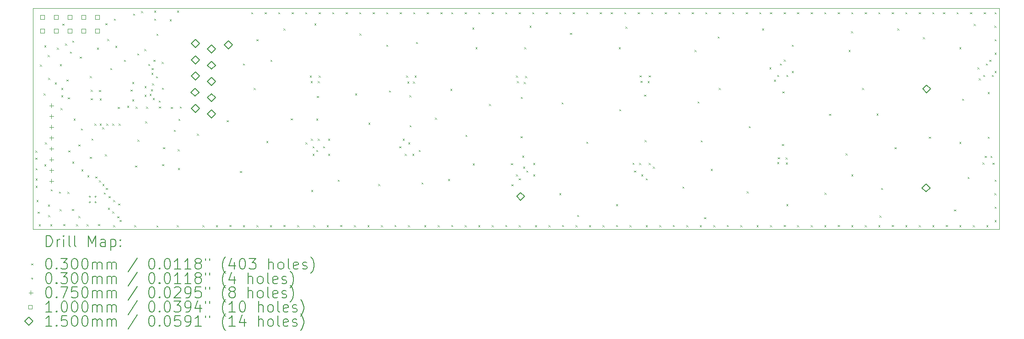
<source format=gbr>
%TF.GenerationSoftware,KiCad,Pcbnew,7.0.1*%
%TF.CreationDate,2023-10-11T19:04:15-05:00*%
%TF.ProjectId,FLED_Board,464c4544-5f42-46f6-9172-642e6b696361,1*%
%TF.SameCoordinates,Original*%
%TF.FileFunction,Drillmap*%
%TF.FilePolarity,Positive*%
%FSLAX45Y45*%
G04 Gerber Fmt 4.5, Leading zero omitted, Abs format (unit mm)*
G04 Created by KiCad (PCBNEW 7.0.1) date 2023-10-11 19:04:15*
%MOMM*%
%LPD*%
G01*
G04 APERTURE LIST*
%ADD10C,0.100000*%
%ADD11C,0.200000*%
%ADD12C,0.030000*%
%ADD13C,0.075000*%
%ADD14C,0.150000*%
G04 APERTURE END LIST*
D10*
X29934500Y-2000000D02*
X29934500Y-6089400D01*
X12065500Y-2000000D02*
X12065500Y-2000000D01*
X29934500Y-6089400D02*
X12065500Y-6089400D01*
X12065500Y-2000000D02*
X29934500Y-2000000D01*
X12065500Y-6089400D02*
X12065500Y-2000000D01*
D11*
D12*
X12106420Y-4631680D02*
X12136420Y-4661680D01*
X12136420Y-4631680D02*
X12106420Y-4661680D01*
X12106420Y-4763760D02*
X12136420Y-4793760D01*
X12136420Y-4763760D02*
X12106420Y-4793760D01*
X12108960Y-4959340D02*
X12138960Y-4989340D01*
X12138960Y-4959340D02*
X12108960Y-4989340D01*
X12108960Y-5281920D02*
X12138960Y-5311920D01*
X12138960Y-5281920D02*
X12108960Y-5311920D01*
X12111500Y-5149840D02*
X12141500Y-5179840D01*
X12141500Y-5149840D02*
X12111500Y-5179840D01*
X12126740Y-5546080D02*
X12156740Y-5576080D01*
X12156740Y-5546080D02*
X12126740Y-5576080D01*
X12147060Y-5761980D02*
X12177060Y-5791980D01*
X12177060Y-5761980D02*
X12147060Y-5791980D01*
X12169920Y-5993120D02*
X12199920Y-6023120D01*
X12199920Y-5993120D02*
X12169920Y-6023120D01*
X12190240Y-3041640D02*
X12220240Y-3071640D01*
X12220240Y-3041640D02*
X12190240Y-3071640D01*
X12258820Y-3575040D02*
X12288820Y-3605040D01*
X12288820Y-3575040D02*
X12258820Y-3605040D01*
X12271520Y-2683500D02*
X12301520Y-2713500D01*
X12301520Y-2683500D02*
X12271520Y-2713500D01*
X12271520Y-4885680D02*
X12301520Y-4915680D01*
X12301520Y-4885680D02*
X12271520Y-4915680D01*
X12284220Y-4481820D02*
X12314220Y-4511820D01*
X12314220Y-4481820D02*
X12284220Y-4511820D01*
X12335020Y-2863840D02*
X12365020Y-2893840D01*
X12365020Y-2863840D02*
X12335020Y-2893840D01*
X12337560Y-5629900D02*
X12367560Y-5659900D01*
X12367560Y-5629900D02*
X12337560Y-5659900D01*
X12345180Y-3285480D02*
X12375180Y-3315480D01*
X12375180Y-3285480D02*
X12345180Y-3315480D01*
X12345180Y-5828020D02*
X12375180Y-5858020D01*
X12375180Y-5828020D02*
X12345180Y-5858020D01*
X12380740Y-5993120D02*
X12410740Y-6023120D01*
X12410740Y-5993120D02*
X12380740Y-6023120D01*
X12390900Y-5347960D02*
X12420900Y-5377960D01*
X12420900Y-5347960D02*
X12390900Y-5377960D01*
X12464560Y-3371840D02*
X12494560Y-3401840D01*
X12494560Y-3371840D02*
X12464560Y-3401840D01*
X12505200Y-2729220D02*
X12535200Y-2759220D01*
X12535200Y-2729220D02*
X12505200Y-2759220D01*
X12543300Y-5388600D02*
X12573300Y-5418600D01*
X12573300Y-5388600D02*
X12543300Y-5418600D01*
X12553460Y-5713720D02*
X12583460Y-5743720D01*
X12583460Y-5713720D02*
X12553460Y-5743720D01*
X12558540Y-3031480D02*
X12588540Y-3061480D01*
X12588540Y-3031480D02*
X12558540Y-3061480D01*
X12571240Y-3844280D02*
X12601240Y-3874280D01*
X12601240Y-3844280D02*
X12571240Y-3874280D01*
X12583940Y-3473440D02*
X12613940Y-3503440D01*
X12613940Y-3473440D02*
X12583940Y-3503440D01*
X12583940Y-3608060D02*
X12613940Y-3638060D01*
X12613940Y-3608060D02*
X12583940Y-3638060D01*
X12604260Y-2282180D02*
X12634260Y-2312180D01*
X12634260Y-2282180D02*
X12604260Y-2312180D01*
X12624580Y-5990580D02*
X12654580Y-6020580D01*
X12654580Y-5990580D02*
X12624580Y-6020580D01*
X12657600Y-2650480D02*
X12687600Y-2680480D01*
X12687600Y-2650480D02*
X12657600Y-2680480D01*
X12680460Y-3315960D02*
X12710460Y-3345960D01*
X12710460Y-3315960D02*
X12680460Y-3345960D01*
X12698240Y-5393680D02*
X12728240Y-5423680D01*
X12728240Y-5393680D02*
X12698240Y-5423680D01*
X12708400Y-3646160D02*
X12738400Y-3676160D01*
X12738400Y-3646160D02*
X12708400Y-3676160D01*
X12713480Y-4629140D02*
X12743480Y-4659140D01*
X12743480Y-4629140D02*
X12713480Y-4659140D01*
X12743960Y-2800340D02*
X12773960Y-2830340D01*
X12773960Y-2800340D02*
X12743960Y-2830340D01*
X12782060Y-5711180D02*
X12812060Y-5741180D01*
X12812060Y-5711180D02*
X12782060Y-5741180D01*
X12787140Y-2594600D02*
X12817140Y-2624600D01*
X12817140Y-2594600D02*
X12787140Y-2624600D01*
X12787140Y-4834880D02*
X12817140Y-4864880D01*
X12817140Y-4834880D02*
X12787140Y-4864880D01*
X12812540Y-4039860D02*
X12842540Y-4069860D01*
X12842540Y-4039860D02*
X12812540Y-4069860D01*
X12860800Y-5993120D02*
X12890800Y-6023120D01*
X12890800Y-5993120D02*
X12860800Y-6023120D01*
X12901440Y-5840720D02*
X12931440Y-5870720D01*
X12931440Y-5840720D02*
X12901440Y-5870720D01*
X12903980Y-4517380D02*
X12933980Y-4547380D01*
X12933980Y-4517380D02*
X12903980Y-4547380D01*
X12929380Y-2890500D02*
X12959380Y-2920500D01*
X12959380Y-2890500D02*
X12929380Y-2920500D01*
X12947160Y-4220200D02*
X12977160Y-4250200D01*
X12977160Y-4220200D02*
X12947160Y-4250200D01*
X12957320Y-4979660D02*
X12987320Y-5009660D01*
X12987320Y-4979660D02*
X12957320Y-5009660D01*
X13056380Y-5993120D02*
X13086380Y-6023120D01*
X13086380Y-5993120D02*
X13056380Y-6023120D01*
X13066720Y-5090500D02*
X13096720Y-5120500D01*
X13096720Y-5090500D02*
X13066720Y-5120500D01*
X13112260Y-3249920D02*
X13142260Y-3279920D01*
X13142260Y-3249920D02*
X13112260Y-3279920D01*
X13112260Y-4745980D02*
X13142260Y-4775980D01*
X13142260Y-4745980D02*
X13112260Y-4775980D01*
X13130040Y-3506460D02*
X13160040Y-3536460D01*
X13160040Y-3506460D02*
X13130040Y-3536460D01*
X13132580Y-3661400D02*
X13162580Y-3691400D01*
X13162580Y-3661400D02*
X13132580Y-3691400D01*
X13142740Y-4408160D02*
X13172740Y-4438160D01*
X13172740Y-4408160D02*
X13142740Y-4438160D01*
X13196720Y-4130500D02*
X13226720Y-4160500D01*
X13226720Y-4130500D02*
X13196720Y-4160500D01*
X13216720Y-5110500D02*
X13246720Y-5140500D01*
X13246720Y-5110500D02*
X13216720Y-5140500D01*
X13244340Y-2729220D02*
X13274340Y-2759220D01*
X13274340Y-2729220D02*
X13244340Y-2759220D01*
X13264660Y-5990580D02*
X13294660Y-6020580D01*
X13294660Y-5990580D02*
X13264660Y-6020580D01*
X13281720Y-5180500D02*
X13311720Y-5210500D01*
X13311720Y-5180500D02*
X13281720Y-5210500D01*
X13284980Y-3511540D02*
X13314980Y-3541540D01*
X13314980Y-3511540D02*
X13284980Y-3541540D01*
X13295140Y-3666480D02*
X13325140Y-3696480D01*
X13325140Y-3666480D02*
X13295140Y-3696480D01*
X13296720Y-4130500D02*
X13326720Y-4160500D01*
X13326720Y-4130500D02*
X13296720Y-4160500D01*
X13343400Y-4202420D02*
X13373400Y-4232420D01*
X13373400Y-4202420D02*
X13343400Y-4232420D01*
X13346720Y-5250500D02*
X13376720Y-5280500D01*
X13376720Y-5250500D02*
X13346720Y-5280500D01*
X13371720Y-5405500D02*
X13401720Y-5435500D01*
X13401720Y-5405500D02*
X13371720Y-5435500D01*
X13391660Y-4700260D02*
X13421660Y-4730260D01*
X13421660Y-4700260D02*
X13391660Y-4730260D01*
X13401820Y-2274560D02*
X13431820Y-2304560D01*
X13431820Y-2274560D02*
X13401820Y-2304560D01*
X13411720Y-5320500D02*
X13441720Y-5350500D01*
X13441720Y-5320500D02*
X13411720Y-5350500D01*
X13416720Y-4130500D02*
X13446720Y-4160500D01*
X13446720Y-4130500D02*
X13416720Y-4160500D01*
X13437380Y-2566660D02*
X13467380Y-2596660D01*
X13467380Y-2566660D02*
X13437380Y-2596660D01*
X13446720Y-5690500D02*
X13476720Y-5720500D01*
X13476720Y-5690500D02*
X13446720Y-5720500D01*
X13461720Y-5475500D02*
X13491720Y-5505500D01*
X13491720Y-5475500D02*
X13461720Y-5505500D01*
X13490720Y-3102600D02*
X13520720Y-3132600D01*
X13520720Y-3102600D02*
X13490720Y-3132600D01*
X13526720Y-4130500D02*
X13556720Y-4160500D01*
X13556720Y-4130500D02*
X13526720Y-4160500D01*
X13526720Y-5760500D02*
X13556720Y-5790500D01*
X13556720Y-5760500D02*
X13526720Y-5790500D01*
X13544220Y-5548000D02*
X13574220Y-5578000D01*
X13574220Y-5548000D02*
X13544220Y-5578000D01*
X13546720Y-6010500D02*
X13576720Y-6040500D01*
X13576720Y-6010500D02*
X13546720Y-6040500D01*
X13559300Y-2190740D02*
X13589300Y-2220740D01*
X13589300Y-2190740D02*
X13559300Y-2220740D01*
X13582160Y-2691120D02*
X13612160Y-2721120D01*
X13612160Y-2691120D02*
X13582160Y-2721120D01*
X13621720Y-5845500D02*
X13651720Y-5875500D01*
X13651720Y-5845500D02*
X13621720Y-5875500D01*
X13627880Y-3823960D02*
X13657880Y-3853960D01*
X13657880Y-3823960D02*
X13627880Y-3853960D01*
X13636720Y-5610500D02*
X13666720Y-5640500D01*
X13666720Y-5610500D02*
X13636720Y-5640500D01*
X13646720Y-4130500D02*
X13676720Y-4160500D01*
X13676720Y-4130500D02*
X13646720Y-4160500D01*
X13661720Y-5915500D02*
X13691720Y-5945500D01*
X13691720Y-5915500D02*
X13661720Y-5945500D01*
X13744720Y-2952740D02*
X13774720Y-2982740D01*
X13774720Y-2952740D02*
X13744720Y-2982740D01*
X13803140Y-3803640D02*
X13833140Y-3833640D01*
X13833140Y-3803640D02*
X13803140Y-3833640D01*
X13866720Y-3500500D02*
X13896720Y-3530500D01*
X13896720Y-3500500D02*
X13866720Y-3530500D01*
X13896720Y-3360500D02*
X13926720Y-3390500D01*
X13926720Y-3360500D02*
X13896720Y-3390500D01*
X13896720Y-3682690D02*
X13926720Y-3712690D01*
X13926720Y-3682690D02*
X13896720Y-3712690D01*
X13912360Y-2096760D02*
X13942360Y-2126760D01*
X13942360Y-2096760D02*
X13912360Y-2126760D01*
X13936720Y-6010500D02*
X13966720Y-6040500D01*
X13966720Y-6010500D02*
X13936720Y-6040500D01*
X13951720Y-4905500D02*
X13981720Y-4935500D01*
X13981720Y-4905500D02*
X13951720Y-4935500D01*
X13961720Y-3820500D02*
X13991720Y-3850500D01*
X13991720Y-3820500D02*
X13961720Y-3850500D01*
X13991100Y-2833360D02*
X14021100Y-2863360D01*
X14021100Y-2833360D02*
X13991100Y-2863360D01*
X13991720Y-4430500D02*
X14021720Y-4460500D01*
X14021720Y-4430500D02*
X13991720Y-4460500D01*
X14061720Y-2050500D02*
X14091720Y-2080500D01*
X14091720Y-2050500D02*
X14061720Y-2080500D01*
X14120640Y-2752080D02*
X14150640Y-2782080D01*
X14150640Y-2752080D02*
X14120640Y-2782080D01*
X14126720Y-3440500D02*
X14156720Y-3470500D01*
X14156720Y-3440500D02*
X14126720Y-3470500D01*
X14126720Y-3600500D02*
X14156720Y-3630500D01*
X14156720Y-3600500D02*
X14126720Y-3630500D01*
X14136720Y-4090500D02*
X14166720Y-4120500D01*
X14166720Y-4090500D02*
X14136720Y-4120500D01*
X14156720Y-3820500D02*
X14186720Y-3850500D01*
X14186720Y-3820500D02*
X14156720Y-3850500D01*
X14191760Y-3026440D02*
X14221760Y-3056440D01*
X14221760Y-3026440D02*
X14191760Y-3056440D01*
X14216720Y-3581060D02*
X14246720Y-3611060D01*
X14246720Y-3581060D02*
X14216720Y-3611060D01*
X14242560Y-3495380D02*
X14272560Y-3525380D01*
X14272560Y-3495380D02*
X14242560Y-3525380D01*
X14252680Y-3191540D02*
X14282680Y-3221540D01*
X14282680Y-3191540D02*
X14252680Y-3221540D01*
X14257800Y-3103000D02*
X14287800Y-3133000D01*
X14287800Y-3103000D02*
X14257800Y-3133000D01*
X14262880Y-3389620D02*
X14292880Y-3419620D01*
X14292880Y-3389620D02*
X14262880Y-3419620D01*
X14278120Y-3657940D02*
X14308120Y-3687940D01*
X14308120Y-3657940D02*
X14278120Y-3687940D01*
X14290820Y-2950200D02*
X14320820Y-2980200D01*
X14320820Y-2950200D02*
X14290820Y-2980200D01*
X14301720Y-2040500D02*
X14331720Y-2070500D01*
X14331720Y-2040500D02*
X14301720Y-2070500D01*
X14301720Y-2190500D02*
X14331720Y-2220500D01*
X14331720Y-2190500D02*
X14301720Y-2220500D01*
X14336540Y-3255040D02*
X14366540Y-3285040D01*
X14366540Y-3255040D02*
X14336540Y-3285040D01*
X14346720Y-2470500D02*
X14376720Y-2500500D01*
X14376720Y-2470500D02*
X14346720Y-2500500D01*
X14346720Y-6015500D02*
X14376720Y-6045500D01*
X14376720Y-6015500D02*
X14346720Y-6045500D01*
X14387340Y-3704580D02*
X14417340Y-3734580D01*
X14417340Y-3704580D02*
X14387340Y-3734580D01*
X14391720Y-3815500D02*
X14421720Y-3845500D01*
X14421720Y-3815500D02*
X14391720Y-3845500D01*
X14443220Y-2990840D02*
X14473220Y-3020840D01*
X14473220Y-2990840D02*
X14443220Y-3020840D01*
X14448300Y-3468360D02*
X14478300Y-3498360D01*
X14478300Y-3468360D02*
X14448300Y-3498360D01*
X14451720Y-4880500D02*
X14481720Y-4910500D01*
X14481720Y-4880500D02*
X14451720Y-4910500D01*
X14466720Y-4570500D02*
X14496720Y-4600500D01*
X14496720Y-4570500D02*
X14466720Y-4600500D01*
X14591720Y-2200500D02*
X14621720Y-2230500D01*
X14621720Y-2200500D02*
X14591720Y-2230500D01*
X14611720Y-3825500D02*
X14641720Y-3855500D01*
X14641720Y-3825500D02*
X14611720Y-3855500D01*
X14666720Y-4245500D02*
X14696720Y-4275500D01*
X14696720Y-4245500D02*
X14666720Y-4275500D01*
X14721720Y-6010500D02*
X14751720Y-6040500D01*
X14751720Y-6010500D02*
X14721720Y-6040500D01*
X14726720Y-2040500D02*
X14756720Y-2070500D01*
X14756720Y-2040500D02*
X14726720Y-2070500D01*
X14737860Y-4608820D02*
X14767860Y-4638820D01*
X14767860Y-4608820D02*
X14737860Y-4638820D01*
X14742940Y-4951720D02*
X14772940Y-4981720D01*
X14772940Y-4951720D02*
X14742940Y-4981720D01*
X14750560Y-4044940D02*
X14780560Y-4074940D01*
X14780560Y-4044940D02*
X14750560Y-4074940D01*
X14776720Y-3815500D02*
X14806720Y-3845500D01*
X14806720Y-3815500D02*
X14776720Y-3845500D01*
X15096720Y-4320500D02*
X15126720Y-4350500D01*
X15126720Y-4320500D02*
X15096720Y-4350500D01*
X15196720Y-6010500D02*
X15226720Y-6040500D01*
X15226720Y-6010500D02*
X15196720Y-6040500D01*
X15446720Y-6010500D02*
X15476720Y-6040500D01*
X15476720Y-6010500D02*
X15446720Y-6040500D01*
X15646720Y-4070500D02*
X15676720Y-4100500D01*
X15676720Y-4070500D02*
X15646720Y-4100500D01*
X15696720Y-6009450D02*
X15726720Y-6039450D01*
X15726720Y-6009450D02*
X15696720Y-6039450D01*
X15891720Y-5010500D02*
X15921720Y-5040500D01*
X15921720Y-5010500D02*
X15891720Y-5040500D01*
X15946720Y-3020500D02*
X15976720Y-3050500D01*
X15976720Y-3020500D02*
X15946720Y-3050500D01*
X15946720Y-6010500D02*
X15976720Y-6040500D01*
X15976720Y-6010500D02*
X15946720Y-6040500D01*
X16096720Y-2070500D02*
X16126720Y-2100500D01*
X16126720Y-2070500D02*
X16096720Y-2100500D01*
X16146720Y-3470500D02*
X16176720Y-3500500D01*
X16176720Y-3470500D02*
X16146720Y-3500500D01*
X16196720Y-2570500D02*
X16226720Y-2600500D01*
X16226720Y-2570500D02*
X16196720Y-2600500D01*
X16196720Y-6010500D02*
X16226720Y-6040500D01*
X16226720Y-6010500D02*
X16196720Y-6040500D01*
X16346720Y-2069450D02*
X16376720Y-2099450D01*
X16376720Y-2069450D02*
X16346720Y-2099450D01*
X16376160Y-4456420D02*
X16406160Y-4486420D01*
X16406160Y-4456420D02*
X16376160Y-4486420D01*
X16446720Y-6010500D02*
X16476720Y-6040500D01*
X16476720Y-6010500D02*
X16446720Y-6040500D01*
X16454900Y-2950200D02*
X16484900Y-2980200D01*
X16484900Y-2950200D02*
X16454900Y-2980200D01*
X16596720Y-2070500D02*
X16626720Y-2100500D01*
X16626720Y-2070500D02*
X16596720Y-2100500D01*
X16693660Y-2371080D02*
X16723660Y-2401080D01*
X16723660Y-2371080D02*
X16693660Y-2401080D01*
X16696720Y-6009450D02*
X16726720Y-6039450D01*
X16726720Y-6009450D02*
X16696720Y-6039450D01*
X16831720Y-4035500D02*
X16861720Y-4065500D01*
X16861720Y-4035500D02*
X16831720Y-4065500D01*
X16846720Y-2070500D02*
X16876720Y-2100500D01*
X16876720Y-2070500D02*
X16846720Y-2100500D01*
X16946720Y-6010500D02*
X16976720Y-6040500D01*
X16976720Y-6010500D02*
X16946720Y-6040500D01*
X17096720Y-2070500D02*
X17126720Y-2100500D01*
X17126720Y-2070500D02*
X17096720Y-2100500D01*
X17101720Y-4480500D02*
X17131720Y-4510500D01*
X17131720Y-4480500D02*
X17101720Y-4510500D01*
X17181720Y-3245500D02*
X17211720Y-3275500D01*
X17211720Y-3245500D02*
X17181720Y-3275500D01*
X17196720Y-3345500D02*
X17226720Y-3375500D01*
X17226720Y-3345500D02*
X17196720Y-3375500D01*
X17201720Y-4410550D02*
X17231720Y-4440550D01*
X17231720Y-4410550D02*
X17201720Y-4440550D01*
X17206720Y-5360500D02*
X17236720Y-5390500D01*
X17236720Y-5360500D02*
X17206720Y-5390500D01*
X17231720Y-4550450D02*
X17261720Y-4580450D01*
X17261720Y-4550450D02*
X17231720Y-4580450D01*
X17231720Y-4690500D02*
X17261720Y-4720500D01*
X17261720Y-4690500D02*
X17231720Y-4720500D01*
X17246720Y-6010500D02*
X17276720Y-6040500D01*
X17276720Y-6010500D02*
X17246720Y-6040500D01*
X17267700Y-2279640D02*
X17297700Y-2309640D01*
X17297700Y-2279640D02*
X17267700Y-2309640D01*
X17301720Y-4040500D02*
X17331720Y-4070500D01*
X17331720Y-4040500D02*
X17301720Y-4070500D01*
X17301720Y-4620500D02*
X17331720Y-4650500D01*
X17331720Y-4620500D02*
X17301720Y-4650500D01*
X17311720Y-3620500D02*
X17341720Y-3650500D01*
X17341720Y-3620500D02*
X17311720Y-3650500D01*
X17329220Y-3343000D02*
X17359220Y-3373000D01*
X17359220Y-3343000D02*
X17329220Y-3373000D01*
X17331720Y-4410550D02*
X17361720Y-4440550D01*
X17361720Y-4410550D02*
X17331720Y-4440550D01*
X17346720Y-2069450D02*
X17376720Y-2099450D01*
X17376720Y-2069450D02*
X17346720Y-2099450D01*
X17346720Y-3245500D02*
X17376720Y-3275500D01*
X17376720Y-3245500D02*
X17346720Y-3275500D01*
X17426720Y-4550500D02*
X17456720Y-4580500D01*
X17456720Y-4550500D02*
X17426720Y-4580500D01*
X17496720Y-6010500D02*
X17526720Y-6040500D01*
X17526720Y-6010500D02*
X17496720Y-6040500D01*
X17521720Y-4410550D02*
X17551720Y-4440550D01*
X17551720Y-4410550D02*
X17521720Y-4440550D01*
X17521720Y-4690500D02*
X17551720Y-4720500D01*
X17551720Y-4690500D02*
X17521720Y-4720500D01*
X17596720Y-2070500D02*
X17626720Y-2100500D01*
X17626720Y-2070500D02*
X17596720Y-2100500D01*
X17696720Y-5170500D02*
X17726720Y-5200500D01*
X17726720Y-5170500D02*
X17696720Y-5200500D01*
X17746720Y-6009450D02*
X17776720Y-6039450D01*
X17776720Y-6009450D02*
X17746720Y-6039450D01*
X17846720Y-2070500D02*
X17876720Y-2100500D01*
X17876720Y-2070500D02*
X17846720Y-2100500D01*
X17996720Y-6010500D02*
X18026720Y-6040500D01*
X18026720Y-6010500D02*
X17996720Y-6040500D01*
X18021720Y-3575500D02*
X18051720Y-3605500D01*
X18051720Y-3575500D02*
X18021720Y-3605500D01*
X18096720Y-2070500D02*
X18126720Y-2100500D01*
X18126720Y-2070500D02*
X18096720Y-2100500D01*
X18101720Y-2465500D02*
X18131720Y-2495500D01*
X18131720Y-2465500D02*
X18101720Y-2495500D01*
X18246720Y-6010500D02*
X18276720Y-6040500D01*
X18276720Y-6010500D02*
X18246720Y-6040500D01*
X18266720Y-4115500D02*
X18296720Y-4145500D01*
X18296720Y-4115500D02*
X18266720Y-4145500D01*
X18346720Y-2069450D02*
X18376720Y-2099450D01*
X18376720Y-2069450D02*
X18346720Y-2099450D01*
X18446720Y-5250500D02*
X18476720Y-5280500D01*
X18476720Y-5250500D02*
X18446720Y-5280500D01*
X18496720Y-6010500D02*
X18526720Y-6040500D01*
X18526720Y-6010500D02*
X18496720Y-6040500D01*
X18596720Y-2070500D02*
X18626720Y-2100500D01*
X18626720Y-2070500D02*
X18596720Y-2100500D01*
X18596720Y-2670500D02*
X18626720Y-2700500D01*
X18626720Y-2670500D02*
X18596720Y-2700500D01*
X18646720Y-3520500D02*
X18676720Y-3550500D01*
X18676720Y-3520500D02*
X18646720Y-3550500D01*
X18746720Y-6009450D02*
X18776720Y-6039450D01*
X18776720Y-6009450D02*
X18746720Y-6039450D01*
X18836720Y-4550500D02*
X18866720Y-4580500D01*
X18866720Y-4550500D02*
X18836720Y-4580500D01*
X18846720Y-2070500D02*
X18876720Y-2100500D01*
X18876720Y-2070500D02*
X18846720Y-2100500D01*
X18901720Y-4410550D02*
X18931720Y-4440550D01*
X18931720Y-4410550D02*
X18901720Y-4440550D01*
X18940270Y-4690450D02*
X18970270Y-4720450D01*
X18970270Y-4690450D02*
X18940270Y-4720450D01*
X18961720Y-3245500D02*
X18991720Y-3275500D01*
X18991720Y-3245500D02*
X18961720Y-3275500D01*
X18986720Y-3355500D02*
X19016720Y-3385500D01*
X19016720Y-3355500D02*
X18986720Y-3385500D01*
X18996720Y-6010500D02*
X19026720Y-6040500D01*
X19026720Y-6010500D02*
X18996720Y-6040500D01*
X19001720Y-4480500D02*
X19031720Y-4510500D01*
X19031720Y-4480500D02*
X19001720Y-4510500D01*
X19021720Y-3605500D02*
X19051720Y-3635500D01*
X19051720Y-3605500D02*
X19021720Y-3635500D01*
X19026720Y-4160500D02*
X19056720Y-4190500D01*
X19056720Y-4160500D02*
X19026720Y-4190500D01*
X19076720Y-4690500D02*
X19106720Y-4720500D01*
X19106720Y-4690500D02*
X19076720Y-4720500D01*
X19091770Y-3355500D02*
X19121770Y-3385500D01*
X19121770Y-3355500D02*
X19091770Y-3385500D01*
X19096720Y-2070500D02*
X19126720Y-2100500D01*
X19126720Y-2070500D02*
X19096720Y-2100500D01*
X19121720Y-3245500D02*
X19151720Y-3275500D01*
X19151720Y-3245500D02*
X19121720Y-3275500D01*
X19146720Y-2620500D02*
X19176720Y-2650500D01*
X19176720Y-2620500D02*
X19146720Y-2650500D01*
X19196720Y-4620500D02*
X19226720Y-4650500D01*
X19226720Y-4620500D02*
X19196720Y-4650500D01*
X19246720Y-5220500D02*
X19276720Y-5250500D01*
X19276720Y-5220500D02*
X19246720Y-5250500D01*
X19296720Y-6010500D02*
X19326720Y-6040500D01*
X19326720Y-6010500D02*
X19296720Y-6040500D01*
X19346720Y-2069450D02*
X19376720Y-2099450D01*
X19376720Y-2069450D02*
X19346720Y-2099450D01*
X19496720Y-4020500D02*
X19526720Y-4050500D01*
X19526720Y-4020500D02*
X19496720Y-4050500D01*
X19546720Y-6010500D02*
X19576720Y-6040500D01*
X19576720Y-6010500D02*
X19546720Y-6040500D01*
X19596720Y-2070500D02*
X19626720Y-2100500D01*
X19626720Y-2070500D02*
X19596720Y-2100500D01*
X19737460Y-5157114D02*
X19767460Y-5187114D01*
X19767460Y-5157114D02*
X19737460Y-5187114D01*
X19781720Y-3490500D02*
X19811720Y-3520500D01*
X19811720Y-3490500D02*
X19781720Y-3520500D01*
X19796720Y-2070500D02*
X19826720Y-2100500D01*
X19826720Y-2070500D02*
X19796720Y-2100500D01*
X19796720Y-6009450D02*
X19826720Y-6039450D01*
X19826720Y-6009450D02*
X19796720Y-6039450D01*
X20046720Y-2070500D02*
X20076720Y-2100500D01*
X20076720Y-2070500D02*
X20046720Y-2100500D01*
X20046720Y-6010500D02*
X20076720Y-6040500D01*
X20076720Y-6010500D02*
X20046720Y-6040500D01*
X20061720Y-4340500D02*
X20091720Y-4370500D01*
X20091720Y-4340500D02*
X20061720Y-4370500D01*
X20188700Y-2355840D02*
X20218700Y-2385840D01*
X20218700Y-2355840D02*
X20188700Y-2385840D01*
X20196720Y-4870500D02*
X20226720Y-4900500D01*
X20226720Y-4870500D02*
X20196720Y-4900500D01*
X20246720Y-2720500D02*
X20276720Y-2750500D01*
X20276720Y-2720500D02*
X20246720Y-2750500D01*
X20296720Y-2069450D02*
X20326720Y-2099450D01*
X20326720Y-2069450D02*
X20296720Y-2099450D01*
X20296720Y-6010500D02*
X20326720Y-6040500D01*
X20326720Y-6010500D02*
X20296720Y-6040500D01*
X20496720Y-3770500D02*
X20526720Y-3800500D01*
X20526720Y-3770500D02*
X20496720Y-3800500D01*
X20546720Y-2070500D02*
X20576720Y-2100500D01*
X20576720Y-2070500D02*
X20546720Y-2100500D01*
X20546720Y-6010500D02*
X20576720Y-6040500D01*
X20576720Y-6010500D02*
X20546720Y-6040500D01*
X20796720Y-2070500D02*
X20826720Y-2100500D01*
X20826720Y-2070500D02*
X20796720Y-2100500D01*
X20796720Y-6009450D02*
X20826720Y-6039450D01*
X20826720Y-6009450D02*
X20796720Y-6039450D01*
X20901720Y-4865500D02*
X20931720Y-4895500D01*
X20931720Y-4865500D02*
X20901720Y-4895500D01*
X20911720Y-5255500D02*
X20941720Y-5285500D01*
X20941720Y-5255500D02*
X20911720Y-5285500D01*
X20995270Y-5070874D02*
X21025270Y-5100874D01*
X21025270Y-5070874D02*
X20995270Y-5100874D01*
X20996720Y-3245500D02*
X21026720Y-3275500D01*
X21026720Y-3245500D02*
X20996720Y-3275500D01*
X21011720Y-3345500D02*
X21041720Y-3375500D01*
X21041720Y-3345500D02*
X21011720Y-3375500D01*
X21046720Y-2070500D02*
X21076720Y-2100500D01*
X21076720Y-2070500D02*
X21046720Y-2100500D01*
X21046720Y-5145500D02*
X21076720Y-5175500D01*
X21076720Y-5145500D02*
X21046720Y-5175500D01*
X21046720Y-6010500D02*
X21076720Y-6040500D01*
X21076720Y-6010500D02*
X21046720Y-6040500D01*
X21081720Y-4365500D02*
X21111720Y-4395500D01*
X21111720Y-4365500D02*
X21081720Y-4395500D01*
X21086720Y-3635500D02*
X21116720Y-3665500D01*
X21116720Y-3635500D02*
X21086720Y-3665500D01*
X21111720Y-4725500D02*
X21141720Y-4755500D01*
X21141720Y-4725500D02*
X21111720Y-4755500D01*
X21126720Y-4930500D02*
X21156720Y-4960500D01*
X21156720Y-4930500D02*
X21126720Y-4960500D01*
X21141720Y-3360500D02*
X21171720Y-3390500D01*
X21171720Y-3360500D02*
X21141720Y-3390500D01*
X21146720Y-2720500D02*
X21176720Y-2750500D01*
X21176720Y-2720500D02*
X21146720Y-2750500D01*
X21166720Y-3250500D02*
X21196720Y-3280500D01*
X21196720Y-3250500D02*
X21166720Y-3280500D01*
X21186720Y-5000500D02*
X21216720Y-5030500D01*
X21216720Y-5000500D02*
X21186720Y-5030500D01*
X21246720Y-2320500D02*
X21276720Y-2350500D01*
X21276720Y-2320500D02*
X21246720Y-2350500D01*
X21296720Y-2069450D02*
X21326720Y-2099450D01*
X21326720Y-2069450D02*
X21296720Y-2099450D01*
X21311720Y-4860550D02*
X21341720Y-4890550D01*
X21341720Y-4860550D02*
X21311720Y-4890550D01*
X21311720Y-5070500D02*
X21341720Y-5100500D01*
X21341720Y-5070500D02*
X21311720Y-5100500D01*
X21346720Y-6010500D02*
X21376720Y-6040500D01*
X21376720Y-6010500D02*
X21346720Y-6040500D01*
X21546720Y-2070500D02*
X21576720Y-2100500D01*
X21576720Y-2070500D02*
X21546720Y-2100500D01*
X21596720Y-6010500D02*
X21626720Y-6040500D01*
X21626720Y-6010500D02*
X21596720Y-6040500D01*
X21796720Y-2070500D02*
X21826720Y-2100500D01*
X21826720Y-2070500D02*
X21796720Y-2100500D01*
X21796720Y-5420500D02*
X21826720Y-5450500D01*
X21826720Y-5420500D02*
X21796720Y-5450500D01*
X21836720Y-3740500D02*
X21866720Y-3770500D01*
X21866720Y-3740500D02*
X21836720Y-3770500D01*
X21846720Y-6009450D02*
X21876720Y-6039450D01*
X21876720Y-6009450D02*
X21846720Y-6039450D01*
X21996720Y-2450500D02*
X22026720Y-2480500D01*
X22026720Y-2450500D02*
X21996720Y-2480500D01*
X22046720Y-2070500D02*
X22076720Y-2100500D01*
X22076720Y-2070500D02*
X22046720Y-2100500D01*
X22096720Y-6010500D02*
X22126720Y-6040500D01*
X22126720Y-6010500D02*
X22096720Y-6040500D01*
X22126720Y-5820500D02*
X22156720Y-5850500D01*
X22156720Y-5820500D02*
X22126720Y-5850500D01*
X22296720Y-2069450D02*
X22326720Y-2099450D01*
X22326720Y-2069450D02*
X22296720Y-2099450D01*
X22296720Y-4465500D02*
X22326720Y-4495500D01*
X22326720Y-4465500D02*
X22296720Y-4495500D01*
X22346720Y-6010500D02*
X22376720Y-6040500D01*
X22376720Y-6010500D02*
X22346720Y-6040500D01*
X22546720Y-2070500D02*
X22576720Y-2100500D01*
X22576720Y-2070500D02*
X22546720Y-2100500D01*
X22596720Y-6010500D02*
X22626720Y-6040500D01*
X22626720Y-6010500D02*
X22596720Y-6040500D01*
X22746720Y-2070500D02*
X22776720Y-2100500D01*
X22776720Y-2070500D02*
X22746720Y-2100500D01*
X22846720Y-5620500D02*
X22876720Y-5650500D01*
X22876720Y-5620500D02*
X22846720Y-5650500D01*
X22846720Y-6009450D02*
X22876720Y-6039450D01*
X22876720Y-6009450D02*
X22846720Y-6039450D01*
X22896720Y-2720500D02*
X22926720Y-2750500D01*
X22926720Y-2720500D02*
X22896720Y-2750500D01*
X22906720Y-3865500D02*
X22936720Y-3895500D01*
X22936720Y-3865500D02*
X22906720Y-3895500D01*
X22996720Y-2070500D02*
X23026720Y-2100500D01*
X23026720Y-2070500D02*
X22996720Y-2100500D01*
X23018260Y-2338060D02*
X23048260Y-2368060D01*
X23048260Y-2338060D02*
X23018260Y-2368060D01*
X23096720Y-6010500D02*
X23126720Y-6040500D01*
X23126720Y-6010500D02*
X23096720Y-6040500D01*
X23151720Y-4855500D02*
X23181720Y-4885500D01*
X23181720Y-4855500D02*
X23151720Y-4885500D01*
X23181720Y-5000500D02*
X23211720Y-5030500D01*
X23211720Y-5000500D02*
X23181720Y-5030500D01*
X23246720Y-2069450D02*
X23276720Y-2099450D01*
X23276720Y-2069450D02*
X23246720Y-2099450D01*
X23275601Y-4859381D02*
X23305601Y-4889381D01*
X23305601Y-4859381D02*
X23275601Y-4889381D01*
X23281720Y-3240500D02*
X23311720Y-3270500D01*
X23311720Y-3240500D02*
X23281720Y-3270500D01*
X23296720Y-3340500D02*
X23326720Y-3370500D01*
X23326720Y-3340500D02*
X23296720Y-3370500D01*
X23311720Y-5070500D02*
X23341720Y-5100500D01*
X23341720Y-5070500D02*
X23311720Y-5100500D01*
X23366720Y-3595500D02*
X23396720Y-3625500D01*
X23396720Y-3595500D02*
X23366720Y-3625500D01*
X23376720Y-4435500D02*
X23406720Y-4465500D01*
X23406720Y-4435500D02*
X23376720Y-4465500D01*
X23396720Y-5145500D02*
X23426720Y-5175500D01*
X23426720Y-5145500D02*
X23396720Y-5175500D01*
X23396720Y-6010500D02*
X23426720Y-6040500D01*
X23426720Y-6010500D02*
X23396720Y-6040500D01*
X23431720Y-3345500D02*
X23461720Y-3375500D01*
X23461720Y-3345500D02*
X23431720Y-3375500D01*
X23451720Y-3240500D02*
X23481720Y-3270500D01*
X23481720Y-3240500D02*
X23451720Y-3270500D01*
X23451720Y-4860550D02*
X23481720Y-4890550D01*
X23481720Y-4860550D02*
X23451720Y-4890550D01*
X23496720Y-2070500D02*
X23526720Y-2100500D01*
X23526720Y-2070500D02*
X23496720Y-2100500D01*
X23526720Y-4930500D02*
X23556720Y-4960500D01*
X23556720Y-4930500D02*
X23526720Y-4960500D01*
X23646720Y-6010500D02*
X23676720Y-6040500D01*
X23676720Y-6010500D02*
X23646720Y-6040500D01*
X23746720Y-2070500D02*
X23776720Y-2100500D01*
X23776720Y-2070500D02*
X23746720Y-2100500D01*
X23896720Y-6009450D02*
X23926720Y-6039450D01*
X23926720Y-6009450D02*
X23896720Y-6039450D01*
X23996720Y-2070500D02*
X24026720Y-2100500D01*
X24026720Y-2070500D02*
X23996720Y-2100500D01*
X24072360Y-5297160D02*
X24102360Y-5327160D01*
X24102360Y-5297160D02*
X24072360Y-5327160D01*
X24146720Y-6010500D02*
X24176720Y-6040500D01*
X24176720Y-6010500D02*
X24146720Y-6040500D01*
X24246720Y-2069450D02*
X24276720Y-2099450D01*
X24276720Y-2069450D02*
X24246720Y-2099450D01*
X24296720Y-2770500D02*
X24326720Y-2800500D01*
X24326720Y-2770500D02*
X24296720Y-2800500D01*
X24351720Y-3720500D02*
X24381720Y-3750500D01*
X24381720Y-3720500D02*
X24351720Y-3750500D01*
X24396720Y-6010500D02*
X24426720Y-6040500D01*
X24426720Y-6010500D02*
X24396720Y-6040500D01*
X24411720Y-4440500D02*
X24441720Y-4470500D01*
X24441720Y-4440500D02*
X24411720Y-4470500D01*
X24476720Y-5865500D02*
X24506720Y-5895500D01*
X24506720Y-5865500D02*
X24476720Y-5895500D01*
X24496720Y-2070500D02*
X24526720Y-2100500D01*
X24526720Y-2070500D02*
X24496720Y-2100500D01*
X24596720Y-4970500D02*
X24626720Y-5000500D01*
X24626720Y-4970500D02*
X24596720Y-5000500D01*
X24646720Y-6010500D02*
X24676720Y-6040500D01*
X24676720Y-6010500D02*
X24646720Y-6040500D01*
X24725140Y-2520940D02*
X24755140Y-2550940D01*
X24755140Y-2520940D02*
X24725140Y-2550940D01*
X24746720Y-2070500D02*
X24776720Y-2100500D01*
X24776720Y-2070500D02*
X24746720Y-2100500D01*
X24746720Y-3470500D02*
X24776720Y-3500500D01*
X24776720Y-3470500D02*
X24746720Y-3500500D01*
X24896720Y-6009450D02*
X24926720Y-6039450D01*
X24926720Y-6009450D02*
X24896720Y-6039450D01*
X24996720Y-2070500D02*
X25026720Y-2100500D01*
X25026720Y-2070500D02*
X24996720Y-2100500D01*
X25146720Y-6010500D02*
X25176720Y-6040500D01*
X25176720Y-6010500D02*
X25146720Y-6040500D01*
X25246720Y-2069450D02*
X25276720Y-2099450D01*
X25276720Y-2069450D02*
X25246720Y-2099450D01*
X25261080Y-5386060D02*
X25291080Y-5416060D01*
X25291080Y-5386060D02*
X25261080Y-5416060D01*
X25301633Y-4179084D02*
X25331633Y-4209084D01*
X25331633Y-4179084D02*
X25301633Y-4209084D01*
X25446720Y-6010500D02*
X25476720Y-6040500D01*
X25476720Y-6010500D02*
X25446720Y-6040500D01*
X25496720Y-2070500D02*
X25526720Y-2100500D01*
X25526720Y-2070500D02*
X25496720Y-2100500D01*
X25546720Y-2370500D02*
X25576720Y-2400500D01*
X25576720Y-2370500D02*
X25546720Y-2400500D01*
X25681720Y-3090500D02*
X25711720Y-3120500D01*
X25711720Y-3090500D02*
X25681720Y-3120500D01*
X25696720Y-2070500D02*
X25726720Y-2100500D01*
X25726720Y-2070500D02*
X25696720Y-2100500D01*
X25696720Y-6010500D02*
X25726720Y-6040500D01*
X25726720Y-6010500D02*
X25696720Y-6040500D01*
X25766720Y-3320500D02*
X25796720Y-3350500D01*
X25796720Y-3320500D02*
X25766720Y-3350500D01*
X25826720Y-3230450D02*
X25856720Y-3260450D01*
X25856720Y-3230450D02*
X25826720Y-3260450D01*
X25826720Y-4845500D02*
X25856720Y-4875500D01*
X25856720Y-4845500D02*
X25826720Y-4875500D01*
X25836720Y-4755500D02*
X25866720Y-4785500D01*
X25866720Y-4755500D02*
X25836720Y-4785500D01*
X25876720Y-3020500D02*
X25906720Y-3050500D01*
X25906720Y-3020500D02*
X25876720Y-3050500D01*
X25916720Y-4510500D02*
X25946720Y-4540500D01*
X25946720Y-4510500D02*
X25916720Y-4540500D01*
X25921720Y-3535500D02*
X25951720Y-3565500D01*
X25951720Y-3535500D02*
X25921720Y-3565500D01*
X25946720Y-2070500D02*
X25976720Y-2100500D01*
X25976720Y-2070500D02*
X25946720Y-2100500D01*
X25946720Y-2945500D02*
X25976720Y-2975500D01*
X25976720Y-2945500D02*
X25946720Y-2975500D01*
X25946720Y-6009450D02*
X25976720Y-6039450D01*
X25976720Y-6009450D02*
X25946720Y-6039450D01*
X25981720Y-4760500D02*
X26011720Y-4790500D01*
X26011720Y-4760500D02*
X25981720Y-4790500D01*
X25986720Y-4850500D02*
X26016720Y-4880500D01*
X26016720Y-4850500D02*
X25986720Y-4880500D01*
X25994009Y-3230450D02*
X26024009Y-3260450D01*
X26024009Y-3230450D02*
X25994009Y-3260450D01*
X25996720Y-5620500D02*
X26026720Y-5650500D01*
X26026720Y-5620500D02*
X25996720Y-5650500D01*
X26096720Y-2670500D02*
X26126720Y-2700500D01*
X26126720Y-2670500D02*
X26096720Y-2700500D01*
X26096720Y-3160500D02*
X26126720Y-3190500D01*
X26126720Y-3160500D02*
X26096720Y-3190500D01*
X26196720Y-2070500D02*
X26226720Y-2100500D01*
X26226720Y-2070500D02*
X26196720Y-2100500D01*
X26196720Y-6010500D02*
X26226720Y-6040500D01*
X26226720Y-6010500D02*
X26196720Y-6040500D01*
X26446720Y-2069450D02*
X26476720Y-2099450D01*
X26476720Y-2069450D02*
X26446720Y-2099450D01*
X26446720Y-6010500D02*
X26476720Y-6040500D01*
X26476720Y-6010500D02*
X26446720Y-6040500D01*
X26696720Y-2070500D02*
X26726720Y-2100500D01*
X26726720Y-2070500D02*
X26696720Y-2100500D01*
X26696720Y-6010500D02*
X26726720Y-6040500D01*
X26726720Y-6010500D02*
X26696720Y-6040500D01*
X26703800Y-5411460D02*
X26733800Y-5441460D01*
X26733800Y-5411460D02*
X26703800Y-5441460D01*
X26785080Y-3950960D02*
X26815080Y-3980960D01*
X26815080Y-3950960D02*
X26785080Y-3980960D01*
X26946720Y-2070500D02*
X26976720Y-2100500D01*
X26976720Y-2070500D02*
X26946720Y-2100500D01*
X26946720Y-6009450D02*
X26976720Y-6039450D01*
X26976720Y-6009450D02*
X26946720Y-6039450D01*
X27092044Y-4683867D02*
X27122044Y-4713867D01*
X27122044Y-4683867D02*
X27092044Y-4713867D01*
X27146720Y-2770500D02*
X27176720Y-2800500D01*
X27176720Y-2770500D02*
X27146720Y-2800500D01*
X27191720Y-2420500D02*
X27221720Y-2450500D01*
X27221720Y-2420500D02*
X27191720Y-2450500D01*
X27196720Y-2070500D02*
X27226720Y-2100500D01*
X27226720Y-2070500D02*
X27196720Y-2100500D01*
X27196720Y-5070500D02*
X27226720Y-5100500D01*
X27226720Y-5070500D02*
X27196720Y-5100500D01*
X27196720Y-6010500D02*
X27226720Y-6040500D01*
X27226720Y-6010500D02*
X27196720Y-6040500D01*
X27396720Y-3470500D02*
X27426720Y-3500500D01*
X27426720Y-3470500D02*
X27396720Y-3500500D01*
X27446720Y-2069450D02*
X27476720Y-2099450D01*
X27476720Y-2069450D02*
X27446720Y-2099450D01*
X27446720Y-6010500D02*
X27476720Y-6040500D01*
X27476720Y-6010500D02*
X27446720Y-6040500D01*
X27661720Y-3945500D02*
X27691720Y-3975500D01*
X27691720Y-3945500D02*
X27661720Y-3975500D01*
X27696720Y-2070500D02*
X27726720Y-2100500D01*
X27726720Y-2070500D02*
X27696720Y-2100500D01*
X27696720Y-6010500D02*
X27726720Y-6040500D01*
X27726720Y-6010500D02*
X27696720Y-6040500D01*
X27716720Y-5835500D02*
X27746720Y-5865500D01*
X27746720Y-5835500D02*
X27716720Y-5865500D01*
X27746720Y-5320500D02*
X27776720Y-5350500D01*
X27776720Y-5320500D02*
X27746720Y-5350500D01*
X27946720Y-2070500D02*
X27976720Y-2100500D01*
X27976720Y-2070500D02*
X27946720Y-2100500D01*
X27946720Y-6009450D02*
X27976720Y-6039450D01*
X27976720Y-6009450D02*
X27946720Y-6039450D01*
X27996720Y-4570500D02*
X28026720Y-4600500D01*
X28026720Y-4570500D02*
X27996720Y-4600500D01*
X28046720Y-2370500D02*
X28076720Y-2400500D01*
X28076720Y-2370500D02*
X28046720Y-2400500D01*
X28196720Y-2070500D02*
X28226720Y-2100500D01*
X28226720Y-2070500D02*
X28196720Y-2100500D01*
X28196720Y-6010500D02*
X28226720Y-6040500D01*
X28226720Y-6010500D02*
X28196720Y-6040500D01*
X28446720Y-2069450D02*
X28476720Y-2099450D01*
X28476720Y-2069450D02*
X28446720Y-2099450D01*
X28446720Y-6010500D02*
X28476720Y-6040500D01*
X28476720Y-6010500D02*
X28446720Y-6040500D01*
X28524980Y-2533640D02*
X28554980Y-2563640D01*
X28554980Y-2533640D02*
X28524980Y-2563640D01*
X28631660Y-4375140D02*
X28661660Y-4405140D01*
X28661660Y-4375140D02*
X28631660Y-4405140D01*
X28696720Y-2070500D02*
X28726720Y-2100500D01*
X28726720Y-2070500D02*
X28696720Y-2100500D01*
X28696720Y-6010500D02*
X28726720Y-6040500D01*
X28726720Y-6010500D02*
X28696720Y-6040500D01*
X28896720Y-2070500D02*
X28926720Y-2100500D01*
X28926720Y-2070500D02*
X28896720Y-2100500D01*
X28946720Y-6009450D02*
X28976720Y-6039450D01*
X28976720Y-6009450D02*
X28946720Y-6039450D01*
X29096720Y-5720500D02*
X29126720Y-5750500D01*
X29126720Y-5720500D02*
X29096720Y-5750500D01*
X29146720Y-2070500D02*
X29176720Y-2100500D01*
X29176720Y-2070500D02*
X29146720Y-2100500D01*
X29196720Y-2720500D02*
X29226720Y-2750500D01*
X29226720Y-2720500D02*
X29196720Y-2750500D01*
X29196720Y-4470500D02*
X29226720Y-4500500D01*
X29226720Y-4470500D02*
X29196720Y-4500500D01*
X29196720Y-6010500D02*
X29226720Y-6040500D01*
X29226720Y-6010500D02*
X29196720Y-6040500D01*
X29246720Y-3670500D02*
X29276720Y-3700500D01*
X29276720Y-3670500D02*
X29246720Y-3700500D01*
X29346720Y-5120500D02*
X29376720Y-5150500D01*
X29376720Y-5120500D02*
X29346720Y-5150500D01*
X29396720Y-2069450D02*
X29426720Y-2099450D01*
X29426720Y-2069450D02*
X29396720Y-2099450D01*
X29446720Y-6010500D02*
X29476720Y-6040500D01*
X29476720Y-6010500D02*
X29446720Y-6040500D01*
X29464780Y-2287260D02*
X29494780Y-2317260D01*
X29494780Y-2287260D02*
X29464780Y-2317260D01*
X29531720Y-3090500D02*
X29561720Y-3120500D01*
X29561720Y-3090500D02*
X29531720Y-3120500D01*
X29556720Y-3295500D02*
X29586720Y-3325500D01*
X29586720Y-3295500D02*
X29556720Y-3325500D01*
X29621720Y-4850500D02*
X29651720Y-4880500D01*
X29651720Y-4850500D02*
X29621720Y-4880500D01*
X29636720Y-3230450D02*
X29666720Y-3260450D01*
X29666720Y-3230450D02*
X29636720Y-3260450D01*
X29646720Y-2070500D02*
X29676720Y-2100500D01*
X29676720Y-2070500D02*
X29646720Y-2100500D01*
X29666720Y-4730500D02*
X29696720Y-4760500D01*
X29696720Y-4730500D02*
X29666720Y-4760500D01*
X29686720Y-3020500D02*
X29716720Y-3050500D01*
X29716720Y-3020500D02*
X29686720Y-3050500D01*
X29696720Y-6010500D02*
X29726720Y-6040500D01*
X29726720Y-6010500D02*
X29696720Y-6040500D01*
X29721720Y-3550500D02*
X29751720Y-3580500D01*
X29751720Y-3550500D02*
X29721720Y-3580500D01*
X29721720Y-4375500D02*
X29751720Y-4405500D01*
X29751720Y-4375500D02*
X29721720Y-4405500D01*
X29751720Y-2950500D02*
X29781720Y-2980500D01*
X29781720Y-2950500D02*
X29751720Y-2980500D01*
X29771720Y-4730500D02*
X29801720Y-4760500D01*
X29801720Y-4730500D02*
X29771720Y-4760500D01*
X29796720Y-3230450D02*
X29826720Y-3260450D01*
X29826720Y-3230450D02*
X29796720Y-3260450D01*
X29811720Y-4855500D02*
X29841720Y-4885500D01*
X29841720Y-4855500D02*
X29811720Y-4885500D01*
X29845670Y-2320500D02*
X29875670Y-2350500D01*
X29875670Y-2320500D02*
X29845670Y-2350500D01*
X29845670Y-5420500D02*
X29875670Y-5450500D01*
X29875670Y-5420500D02*
X29845670Y-5450500D01*
X29846720Y-2070500D02*
X29876720Y-2100500D01*
X29876720Y-2070500D02*
X29846720Y-2100500D01*
X29846720Y-2570500D02*
X29876720Y-2600500D01*
X29876720Y-2570500D02*
X29846720Y-2600500D01*
X29846720Y-2820500D02*
X29876720Y-2850500D01*
X29876720Y-2820500D02*
X29846720Y-2850500D01*
X29846720Y-3160500D02*
X29876720Y-3190500D01*
X29876720Y-3160500D02*
X29846720Y-3190500D01*
X29846720Y-5170500D02*
X29876720Y-5200500D01*
X29876720Y-5170500D02*
X29846720Y-5200500D01*
X29846720Y-5670500D02*
X29876720Y-5700500D01*
X29876720Y-5670500D02*
X29846720Y-5700500D01*
X29846720Y-5920500D02*
X29876720Y-5950500D01*
X29876720Y-5920500D02*
X29846720Y-5950500D01*
X13128180Y-5481940D02*
G75*
G03*
X13128180Y-5481940I-15000J0D01*
G01*
X13128180Y-5588620D02*
G75*
G03*
X13128180Y-5588620I-15000J0D01*
G01*
X13234860Y-5481940D02*
G75*
G03*
X13234860Y-5481940I-15000J0D01*
G01*
X13234860Y-5588620D02*
G75*
G03*
X13234860Y-5588620I-15000J0D01*
G01*
D13*
X12403720Y-3759420D02*
X12403720Y-3834420D01*
X12366220Y-3796920D02*
X12441220Y-3796920D01*
X12403720Y-3959420D02*
X12403720Y-4034420D01*
X12366220Y-3996920D02*
X12441220Y-3996920D01*
X12403720Y-4159420D02*
X12403720Y-4234420D01*
X12366220Y-4196920D02*
X12441220Y-4196920D01*
X12403720Y-4359420D02*
X12403720Y-4434420D01*
X12366220Y-4396920D02*
X12441220Y-4396920D01*
X12403720Y-4559420D02*
X12403720Y-4634420D01*
X12366220Y-4596920D02*
X12441220Y-4596920D01*
X12403720Y-4759420D02*
X12403720Y-4834420D01*
X12366220Y-4796920D02*
X12441220Y-4796920D01*
X12403720Y-4959420D02*
X12403720Y-5034420D01*
X12366220Y-4996920D02*
X12441220Y-4996920D01*
X12403720Y-5159420D02*
X12403720Y-5234420D01*
X12366220Y-5196920D02*
X12441220Y-5196920D01*
D10*
X12269956Y-2196956D02*
X12269956Y-2126244D01*
X12199244Y-2126244D01*
X12199244Y-2196956D01*
X12269956Y-2196956D01*
X12269956Y-2450956D02*
X12269956Y-2380244D01*
X12199244Y-2380244D01*
X12199244Y-2450956D01*
X12269956Y-2450956D01*
X12523956Y-2196956D02*
X12523956Y-2126244D01*
X12453244Y-2126244D01*
X12453244Y-2196956D01*
X12523956Y-2196956D01*
X12523956Y-2450956D02*
X12523956Y-2380244D01*
X12453244Y-2380244D01*
X12453244Y-2450956D01*
X12523956Y-2450956D01*
X12777956Y-2196956D02*
X12777956Y-2126244D01*
X12707244Y-2126244D01*
X12707244Y-2196956D01*
X12777956Y-2196956D01*
X12777956Y-2450956D02*
X12777956Y-2380244D01*
X12707244Y-2380244D01*
X12707244Y-2450956D01*
X12777956Y-2450956D01*
X13031956Y-2196956D02*
X13031956Y-2126244D01*
X12961244Y-2126244D01*
X12961244Y-2196956D01*
X13031956Y-2196956D01*
X13031956Y-2450956D02*
X13031956Y-2380244D01*
X12961244Y-2380244D01*
X12961244Y-2450956D01*
X13031956Y-2450956D01*
X13285956Y-2196956D02*
X13285956Y-2126244D01*
X13215244Y-2126244D01*
X13215244Y-2196956D01*
X13285956Y-2196956D01*
X13285956Y-2450956D02*
X13285956Y-2380244D01*
X13215244Y-2380244D01*
X13215244Y-2450956D01*
X13285956Y-2450956D01*
D14*
X15061740Y-3626560D02*
X15136740Y-3551560D01*
X15061740Y-3476560D01*
X14986740Y-3551560D01*
X15061740Y-3626560D01*
X15065000Y-2726560D02*
X15140000Y-2651560D01*
X15065000Y-2576560D01*
X14990000Y-2651560D01*
X15065000Y-2726560D01*
X15065000Y-3026560D02*
X15140000Y-2951560D01*
X15065000Y-2876560D01*
X14990000Y-2951560D01*
X15065000Y-3026560D01*
X15065000Y-3326560D02*
X15140000Y-3251560D01*
X15065000Y-3176560D01*
X14990000Y-3251560D01*
X15065000Y-3326560D01*
X15065000Y-3926560D02*
X15140000Y-3851560D01*
X15065000Y-3776560D01*
X14990000Y-3851560D01*
X15065000Y-3926560D01*
X15365000Y-2826560D02*
X15440000Y-2751560D01*
X15365000Y-2676560D01*
X15290000Y-2751560D01*
X15365000Y-2826560D01*
X15365000Y-3126560D02*
X15440000Y-3051560D01*
X15365000Y-2976560D01*
X15290000Y-3051560D01*
X15365000Y-3126560D01*
X15365000Y-3426560D02*
X15440000Y-3351560D01*
X15365000Y-3276560D01*
X15290000Y-3351560D01*
X15365000Y-3426560D01*
X15365000Y-3726560D02*
X15440000Y-3651560D01*
X15365000Y-3576560D01*
X15290000Y-3651560D01*
X15365000Y-3726560D01*
X15365000Y-4026560D02*
X15440000Y-3951560D01*
X15365000Y-3876560D01*
X15290000Y-3951560D01*
X15365000Y-4026560D01*
X15675000Y-2746560D02*
X15750000Y-2671560D01*
X15675000Y-2596560D01*
X15600000Y-2671560D01*
X15675000Y-2746560D01*
X21081720Y-5555500D02*
X21156720Y-5480500D01*
X21081720Y-5405500D01*
X21006720Y-5480500D01*
X21081720Y-5555500D01*
X28581720Y-5395500D02*
X28656720Y-5320500D01*
X28581720Y-5245500D01*
X28506720Y-5320500D01*
X28581720Y-5395500D01*
X28591720Y-3565500D02*
X28666720Y-3490500D01*
X28591720Y-3415500D01*
X28516720Y-3490500D01*
X28591720Y-3565500D01*
D11*
X12308119Y-6406924D02*
X12308119Y-6206924D01*
X12308119Y-6206924D02*
X12355738Y-6206924D01*
X12355738Y-6206924D02*
X12384309Y-6216448D01*
X12384309Y-6216448D02*
X12403357Y-6235495D01*
X12403357Y-6235495D02*
X12412881Y-6254543D01*
X12412881Y-6254543D02*
X12422405Y-6292638D01*
X12422405Y-6292638D02*
X12422405Y-6321209D01*
X12422405Y-6321209D02*
X12412881Y-6359305D01*
X12412881Y-6359305D02*
X12403357Y-6378352D01*
X12403357Y-6378352D02*
X12384309Y-6397400D01*
X12384309Y-6397400D02*
X12355738Y-6406924D01*
X12355738Y-6406924D02*
X12308119Y-6406924D01*
X12508119Y-6406924D02*
X12508119Y-6273590D01*
X12508119Y-6311686D02*
X12517643Y-6292638D01*
X12517643Y-6292638D02*
X12527167Y-6283114D01*
X12527167Y-6283114D02*
X12546214Y-6273590D01*
X12546214Y-6273590D02*
X12565262Y-6273590D01*
X12631928Y-6406924D02*
X12631928Y-6273590D01*
X12631928Y-6206924D02*
X12622405Y-6216448D01*
X12622405Y-6216448D02*
X12631928Y-6225971D01*
X12631928Y-6225971D02*
X12641452Y-6216448D01*
X12641452Y-6216448D02*
X12631928Y-6206924D01*
X12631928Y-6206924D02*
X12631928Y-6225971D01*
X12755738Y-6406924D02*
X12736690Y-6397400D01*
X12736690Y-6397400D02*
X12727167Y-6378352D01*
X12727167Y-6378352D02*
X12727167Y-6206924D01*
X12860500Y-6406924D02*
X12841452Y-6397400D01*
X12841452Y-6397400D02*
X12831928Y-6378352D01*
X12831928Y-6378352D02*
X12831928Y-6206924D01*
X13089071Y-6406924D02*
X13089071Y-6206924D01*
X13089071Y-6206924D02*
X13155738Y-6349781D01*
X13155738Y-6349781D02*
X13222405Y-6206924D01*
X13222405Y-6206924D02*
X13222405Y-6406924D01*
X13403357Y-6406924D02*
X13403357Y-6302162D01*
X13403357Y-6302162D02*
X13393833Y-6283114D01*
X13393833Y-6283114D02*
X13374786Y-6273590D01*
X13374786Y-6273590D02*
X13336690Y-6273590D01*
X13336690Y-6273590D02*
X13317643Y-6283114D01*
X13403357Y-6397400D02*
X13384309Y-6406924D01*
X13384309Y-6406924D02*
X13336690Y-6406924D01*
X13336690Y-6406924D02*
X13317643Y-6397400D01*
X13317643Y-6397400D02*
X13308119Y-6378352D01*
X13308119Y-6378352D02*
X13308119Y-6359305D01*
X13308119Y-6359305D02*
X13317643Y-6340257D01*
X13317643Y-6340257D02*
X13336690Y-6330733D01*
X13336690Y-6330733D02*
X13384309Y-6330733D01*
X13384309Y-6330733D02*
X13403357Y-6321209D01*
X13498595Y-6273590D02*
X13498595Y-6473590D01*
X13498595Y-6283114D02*
X13517643Y-6273590D01*
X13517643Y-6273590D02*
X13555738Y-6273590D01*
X13555738Y-6273590D02*
X13574786Y-6283114D01*
X13574786Y-6283114D02*
X13584309Y-6292638D01*
X13584309Y-6292638D02*
X13593833Y-6311686D01*
X13593833Y-6311686D02*
X13593833Y-6368828D01*
X13593833Y-6368828D02*
X13584309Y-6387876D01*
X13584309Y-6387876D02*
X13574786Y-6397400D01*
X13574786Y-6397400D02*
X13555738Y-6406924D01*
X13555738Y-6406924D02*
X13517643Y-6406924D01*
X13517643Y-6406924D02*
X13498595Y-6397400D01*
X13679548Y-6387876D02*
X13689071Y-6397400D01*
X13689071Y-6397400D02*
X13679548Y-6406924D01*
X13679548Y-6406924D02*
X13670024Y-6397400D01*
X13670024Y-6397400D02*
X13679548Y-6387876D01*
X13679548Y-6387876D02*
X13679548Y-6406924D01*
X13679548Y-6283114D02*
X13689071Y-6292638D01*
X13689071Y-6292638D02*
X13679548Y-6302162D01*
X13679548Y-6302162D02*
X13670024Y-6292638D01*
X13670024Y-6292638D02*
X13679548Y-6283114D01*
X13679548Y-6283114D02*
X13679548Y-6302162D01*
D12*
X12030500Y-6719400D02*
X12060500Y-6749400D01*
X12060500Y-6719400D02*
X12030500Y-6749400D01*
D11*
X12346214Y-6626924D02*
X12365262Y-6626924D01*
X12365262Y-6626924D02*
X12384309Y-6636448D01*
X12384309Y-6636448D02*
X12393833Y-6645971D01*
X12393833Y-6645971D02*
X12403357Y-6665019D01*
X12403357Y-6665019D02*
X12412881Y-6703114D01*
X12412881Y-6703114D02*
X12412881Y-6750733D01*
X12412881Y-6750733D02*
X12403357Y-6788828D01*
X12403357Y-6788828D02*
X12393833Y-6807876D01*
X12393833Y-6807876D02*
X12384309Y-6817400D01*
X12384309Y-6817400D02*
X12365262Y-6826924D01*
X12365262Y-6826924D02*
X12346214Y-6826924D01*
X12346214Y-6826924D02*
X12327167Y-6817400D01*
X12327167Y-6817400D02*
X12317643Y-6807876D01*
X12317643Y-6807876D02*
X12308119Y-6788828D01*
X12308119Y-6788828D02*
X12298595Y-6750733D01*
X12298595Y-6750733D02*
X12298595Y-6703114D01*
X12298595Y-6703114D02*
X12308119Y-6665019D01*
X12308119Y-6665019D02*
X12317643Y-6645971D01*
X12317643Y-6645971D02*
X12327167Y-6636448D01*
X12327167Y-6636448D02*
X12346214Y-6626924D01*
X12498595Y-6807876D02*
X12508119Y-6817400D01*
X12508119Y-6817400D02*
X12498595Y-6826924D01*
X12498595Y-6826924D02*
X12489071Y-6817400D01*
X12489071Y-6817400D02*
X12498595Y-6807876D01*
X12498595Y-6807876D02*
X12498595Y-6826924D01*
X12574786Y-6626924D02*
X12698595Y-6626924D01*
X12698595Y-6626924D02*
X12631928Y-6703114D01*
X12631928Y-6703114D02*
X12660500Y-6703114D01*
X12660500Y-6703114D02*
X12679548Y-6712638D01*
X12679548Y-6712638D02*
X12689071Y-6722162D01*
X12689071Y-6722162D02*
X12698595Y-6741209D01*
X12698595Y-6741209D02*
X12698595Y-6788828D01*
X12698595Y-6788828D02*
X12689071Y-6807876D01*
X12689071Y-6807876D02*
X12679548Y-6817400D01*
X12679548Y-6817400D02*
X12660500Y-6826924D01*
X12660500Y-6826924D02*
X12603357Y-6826924D01*
X12603357Y-6826924D02*
X12584309Y-6817400D01*
X12584309Y-6817400D02*
X12574786Y-6807876D01*
X12822405Y-6626924D02*
X12841452Y-6626924D01*
X12841452Y-6626924D02*
X12860500Y-6636448D01*
X12860500Y-6636448D02*
X12870024Y-6645971D01*
X12870024Y-6645971D02*
X12879548Y-6665019D01*
X12879548Y-6665019D02*
X12889071Y-6703114D01*
X12889071Y-6703114D02*
X12889071Y-6750733D01*
X12889071Y-6750733D02*
X12879548Y-6788828D01*
X12879548Y-6788828D02*
X12870024Y-6807876D01*
X12870024Y-6807876D02*
X12860500Y-6817400D01*
X12860500Y-6817400D02*
X12841452Y-6826924D01*
X12841452Y-6826924D02*
X12822405Y-6826924D01*
X12822405Y-6826924D02*
X12803357Y-6817400D01*
X12803357Y-6817400D02*
X12793833Y-6807876D01*
X12793833Y-6807876D02*
X12784309Y-6788828D01*
X12784309Y-6788828D02*
X12774786Y-6750733D01*
X12774786Y-6750733D02*
X12774786Y-6703114D01*
X12774786Y-6703114D02*
X12784309Y-6665019D01*
X12784309Y-6665019D02*
X12793833Y-6645971D01*
X12793833Y-6645971D02*
X12803357Y-6636448D01*
X12803357Y-6636448D02*
X12822405Y-6626924D01*
X13012881Y-6626924D02*
X13031929Y-6626924D01*
X13031929Y-6626924D02*
X13050976Y-6636448D01*
X13050976Y-6636448D02*
X13060500Y-6645971D01*
X13060500Y-6645971D02*
X13070024Y-6665019D01*
X13070024Y-6665019D02*
X13079548Y-6703114D01*
X13079548Y-6703114D02*
X13079548Y-6750733D01*
X13079548Y-6750733D02*
X13070024Y-6788828D01*
X13070024Y-6788828D02*
X13060500Y-6807876D01*
X13060500Y-6807876D02*
X13050976Y-6817400D01*
X13050976Y-6817400D02*
X13031929Y-6826924D01*
X13031929Y-6826924D02*
X13012881Y-6826924D01*
X13012881Y-6826924D02*
X12993833Y-6817400D01*
X12993833Y-6817400D02*
X12984309Y-6807876D01*
X12984309Y-6807876D02*
X12974786Y-6788828D01*
X12974786Y-6788828D02*
X12965262Y-6750733D01*
X12965262Y-6750733D02*
X12965262Y-6703114D01*
X12965262Y-6703114D02*
X12974786Y-6665019D01*
X12974786Y-6665019D02*
X12984309Y-6645971D01*
X12984309Y-6645971D02*
X12993833Y-6636448D01*
X12993833Y-6636448D02*
X13012881Y-6626924D01*
X13165262Y-6826924D02*
X13165262Y-6693590D01*
X13165262Y-6712638D02*
X13174786Y-6703114D01*
X13174786Y-6703114D02*
X13193833Y-6693590D01*
X13193833Y-6693590D02*
X13222405Y-6693590D01*
X13222405Y-6693590D02*
X13241452Y-6703114D01*
X13241452Y-6703114D02*
X13250976Y-6722162D01*
X13250976Y-6722162D02*
X13250976Y-6826924D01*
X13250976Y-6722162D02*
X13260500Y-6703114D01*
X13260500Y-6703114D02*
X13279548Y-6693590D01*
X13279548Y-6693590D02*
X13308119Y-6693590D01*
X13308119Y-6693590D02*
X13327167Y-6703114D01*
X13327167Y-6703114D02*
X13336690Y-6722162D01*
X13336690Y-6722162D02*
X13336690Y-6826924D01*
X13431929Y-6826924D02*
X13431929Y-6693590D01*
X13431929Y-6712638D02*
X13441452Y-6703114D01*
X13441452Y-6703114D02*
X13460500Y-6693590D01*
X13460500Y-6693590D02*
X13489071Y-6693590D01*
X13489071Y-6693590D02*
X13508119Y-6703114D01*
X13508119Y-6703114D02*
X13517643Y-6722162D01*
X13517643Y-6722162D02*
X13517643Y-6826924D01*
X13517643Y-6722162D02*
X13527167Y-6703114D01*
X13527167Y-6703114D02*
X13546214Y-6693590D01*
X13546214Y-6693590D02*
X13574786Y-6693590D01*
X13574786Y-6693590D02*
X13593833Y-6703114D01*
X13593833Y-6703114D02*
X13603357Y-6722162D01*
X13603357Y-6722162D02*
X13603357Y-6826924D01*
X13993833Y-6617400D02*
X13822405Y-6874543D01*
X14250976Y-6626924D02*
X14270024Y-6626924D01*
X14270024Y-6626924D02*
X14289072Y-6636448D01*
X14289072Y-6636448D02*
X14298595Y-6645971D01*
X14298595Y-6645971D02*
X14308119Y-6665019D01*
X14308119Y-6665019D02*
X14317643Y-6703114D01*
X14317643Y-6703114D02*
X14317643Y-6750733D01*
X14317643Y-6750733D02*
X14308119Y-6788828D01*
X14308119Y-6788828D02*
X14298595Y-6807876D01*
X14298595Y-6807876D02*
X14289072Y-6817400D01*
X14289072Y-6817400D02*
X14270024Y-6826924D01*
X14270024Y-6826924D02*
X14250976Y-6826924D01*
X14250976Y-6826924D02*
X14231929Y-6817400D01*
X14231929Y-6817400D02*
X14222405Y-6807876D01*
X14222405Y-6807876D02*
X14212881Y-6788828D01*
X14212881Y-6788828D02*
X14203357Y-6750733D01*
X14203357Y-6750733D02*
X14203357Y-6703114D01*
X14203357Y-6703114D02*
X14212881Y-6665019D01*
X14212881Y-6665019D02*
X14222405Y-6645971D01*
X14222405Y-6645971D02*
X14231929Y-6636448D01*
X14231929Y-6636448D02*
X14250976Y-6626924D01*
X14403357Y-6807876D02*
X14412881Y-6817400D01*
X14412881Y-6817400D02*
X14403357Y-6826924D01*
X14403357Y-6826924D02*
X14393833Y-6817400D01*
X14393833Y-6817400D02*
X14403357Y-6807876D01*
X14403357Y-6807876D02*
X14403357Y-6826924D01*
X14536691Y-6626924D02*
X14555738Y-6626924D01*
X14555738Y-6626924D02*
X14574786Y-6636448D01*
X14574786Y-6636448D02*
X14584310Y-6645971D01*
X14584310Y-6645971D02*
X14593833Y-6665019D01*
X14593833Y-6665019D02*
X14603357Y-6703114D01*
X14603357Y-6703114D02*
X14603357Y-6750733D01*
X14603357Y-6750733D02*
X14593833Y-6788828D01*
X14593833Y-6788828D02*
X14584310Y-6807876D01*
X14584310Y-6807876D02*
X14574786Y-6817400D01*
X14574786Y-6817400D02*
X14555738Y-6826924D01*
X14555738Y-6826924D02*
X14536691Y-6826924D01*
X14536691Y-6826924D02*
X14517643Y-6817400D01*
X14517643Y-6817400D02*
X14508119Y-6807876D01*
X14508119Y-6807876D02*
X14498595Y-6788828D01*
X14498595Y-6788828D02*
X14489072Y-6750733D01*
X14489072Y-6750733D02*
X14489072Y-6703114D01*
X14489072Y-6703114D02*
X14498595Y-6665019D01*
X14498595Y-6665019D02*
X14508119Y-6645971D01*
X14508119Y-6645971D02*
X14517643Y-6636448D01*
X14517643Y-6636448D02*
X14536691Y-6626924D01*
X14793833Y-6826924D02*
X14679548Y-6826924D01*
X14736691Y-6826924D02*
X14736691Y-6626924D01*
X14736691Y-6626924D02*
X14717643Y-6655495D01*
X14717643Y-6655495D02*
X14698595Y-6674543D01*
X14698595Y-6674543D02*
X14679548Y-6684067D01*
X14984310Y-6826924D02*
X14870024Y-6826924D01*
X14927167Y-6826924D02*
X14927167Y-6626924D01*
X14927167Y-6626924D02*
X14908119Y-6655495D01*
X14908119Y-6655495D02*
X14889072Y-6674543D01*
X14889072Y-6674543D02*
X14870024Y-6684067D01*
X15098595Y-6712638D02*
X15079548Y-6703114D01*
X15079548Y-6703114D02*
X15070024Y-6693590D01*
X15070024Y-6693590D02*
X15060500Y-6674543D01*
X15060500Y-6674543D02*
X15060500Y-6665019D01*
X15060500Y-6665019D02*
X15070024Y-6645971D01*
X15070024Y-6645971D02*
X15079548Y-6636448D01*
X15079548Y-6636448D02*
X15098595Y-6626924D01*
X15098595Y-6626924D02*
X15136691Y-6626924D01*
X15136691Y-6626924D02*
X15155738Y-6636448D01*
X15155738Y-6636448D02*
X15165262Y-6645971D01*
X15165262Y-6645971D02*
X15174786Y-6665019D01*
X15174786Y-6665019D02*
X15174786Y-6674543D01*
X15174786Y-6674543D02*
X15165262Y-6693590D01*
X15165262Y-6693590D02*
X15155738Y-6703114D01*
X15155738Y-6703114D02*
X15136691Y-6712638D01*
X15136691Y-6712638D02*
X15098595Y-6712638D01*
X15098595Y-6712638D02*
X15079548Y-6722162D01*
X15079548Y-6722162D02*
X15070024Y-6731686D01*
X15070024Y-6731686D02*
X15060500Y-6750733D01*
X15060500Y-6750733D02*
X15060500Y-6788828D01*
X15060500Y-6788828D02*
X15070024Y-6807876D01*
X15070024Y-6807876D02*
X15079548Y-6817400D01*
X15079548Y-6817400D02*
X15098595Y-6826924D01*
X15098595Y-6826924D02*
X15136691Y-6826924D01*
X15136691Y-6826924D02*
X15155738Y-6817400D01*
X15155738Y-6817400D02*
X15165262Y-6807876D01*
X15165262Y-6807876D02*
X15174786Y-6788828D01*
X15174786Y-6788828D02*
X15174786Y-6750733D01*
X15174786Y-6750733D02*
X15165262Y-6731686D01*
X15165262Y-6731686D02*
X15155738Y-6722162D01*
X15155738Y-6722162D02*
X15136691Y-6712638D01*
X15250976Y-6626924D02*
X15250976Y-6665019D01*
X15327167Y-6626924D02*
X15327167Y-6665019D01*
X15622405Y-6903114D02*
X15612881Y-6893590D01*
X15612881Y-6893590D02*
X15593834Y-6865019D01*
X15593834Y-6865019D02*
X15584310Y-6845971D01*
X15584310Y-6845971D02*
X15574786Y-6817400D01*
X15574786Y-6817400D02*
X15565262Y-6769781D01*
X15565262Y-6769781D02*
X15565262Y-6731686D01*
X15565262Y-6731686D02*
X15574786Y-6684067D01*
X15574786Y-6684067D02*
X15584310Y-6655495D01*
X15584310Y-6655495D02*
X15593834Y-6636448D01*
X15593834Y-6636448D02*
X15612881Y-6607876D01*
X15612881Y-6607876D02*
X15622405Y-6598352D01*
X15784310Y-6693590D02*
X15784310Y-6826924D01*
X15736691Y-6617400D02*
X15689072Y-6760257D01*
X15689072Y-6760257D02*
X15812881Y-6760257D01*
X15927167Y-6626924D02*
X15946215Y-6626924D01*
X15946215Y-6626924D02*
X15965262Y-6636448D01*
X15965262Y-6636448D02*
X15974786Y-6645971D01*
X15974786Y-6645971D02*
X15984310Y-6665019D01*
X15984310Y-6665019D02*
X15993834Y-6703114D01*
X15993834Y-6703114D02*
X15993834Y-6750733D01*
X15993834Y-6750733D02*
X15984310Y-6788828D01*
X15984310Y-6788828D02*
X15974786Y-6807876D01*
X15974786Y-6807876D02*
X15965262Y-6817400D01*
X15965262Y-6817400D02*
X15946215Y-6826924D01*
X15946215Y-6826924D02*
X15927167Y-6826924D01*
X15927167Y-6826924D02*
X15908119Y-6817400D01*
X15908119Y-6817400D02*
X15898595Y-6807876D01*
X15898595Y-6807876D02*
X15889072Y-6788828D01*
X15889072Y-6788828D02*
X15879548Y-6750733D01*
X15879548Y-6750733D02*
X15879548Y-6703114D01*
X15879548Y-6703114D02*
X15889072Y-6665019D01*
X15889072Y-6665019D02*
X15898595Y-6645971D01*
X15898595Y-6645971D02*
X15908119Y-6636448D01*
X15908119Y-6636448D02*
X15927167Y-6626924D01*
X16060500Y-6626924D02*
X16184310Y-6626924D01*
X16184310Y-6626924D02*
X16117643Y-6703114D01*
X16117643Y-6703114D02*
X16146215Y-6703114D01*
X16146215Y-6703114D02*
X16165262Y-6712638D01*
X16165262Y-6712638D02*
X16174786Y-6722162D01*
X16174786Y-6722162D02*
X16184310Y-6741209D01*
X16184310Y-6741209D02*
X16184310Y-6788828D01*
X16184310Y-6788828D02*
X16174786Y-6807876D01*
X16174786Y-6807876D02*
X16165262Y-6817400D01*
X16165262Y-6817400D02*
X16146215Y-6826924D01*
X16146215Y-6826924D02*
X16089072Y-6826924D01*
X16089072Y-6826924D02*
X16070024Y-6817400D01*
X16070024Y-6817400D02*
X16060500Y-6807876D01*
X16422405Y-6826924D02*
X16422405Y-6626924D01*
X16508119Y-6826924D02*
X16508119Y-6722162D01*
X16508119Y-6722162D02*
X16498596Y-6703114D01*
X16498596Y-6703114D02*
X16479548Y-6693590D01*
X16479548Y-6693590D02*
X16450976Y-6693590D01*
X16450976Y-6693590D02*
X16431929Y-6703114D01*
X16431929Y-6703114D02*
X16422405Y-6712638D01*
X16631929Y-6826924D02*
X16612881Y-6817400D01*
X16612881Y-6817400D02*
X16603357Y-6807876D01*
X16603357Y-6807876D02*
X16593834Y-6788828D01*
X16593834Y-6788828D02*
X16593834Y-6731686D01*
X16593834Y-6731686D02*
X16603357Y-6712638D01*
X16603357Y-6712638D02*
X16612881Y-6703114D01*
X16612881Y-6703114D02*
X16631929Y-6693590D01*
X16631929Y-6693590D02*
X16660500Y-6693590D01*
X16660500Y-6693590D02*
X16679548Y-6703114D01*
X16679548Y-6703114D02*
X16689072Y-6712638D01*
X16689072Y-6712638D02*
X16698596Y-6731686D01*
X16698596Y-6731686D02*
X16698596Y-6788828D01*
X16698596Y-6788828D02*
X16689072Y-6807876D01*
X16689072Y-6807876D02*
X16679548Y-6817400D01*
X16679548Y-6817400D02*
X16660500Y-6826924D01*
X16660500Y-6826924D02*
X16631929Y-6826924D01*
X16812881Y-6826924D02*
X16793834Y-6817400D01*
X16793834Y-6817400D02*
X16784310Y-6798352D01*
X16784310Y-6798352D02*
X16784310Y-6626924D01*
X16965262Y-6817400D02*
X16946215Y-6826924D01*
X16946215Y-6826924D02*
X16908119Y-6826924D01*
X16908119Y-6826924D02*
X16889072Y-6817400D01*
X16889072Y-6817400D02*
X16879548Y-6798352D01*
X16879548Y-6798352D02*
X16879548Y-6722162D01*
X16879548Y-6722162D02*
X16889072Y-6703114D01*
X16889072Y-6703114D02*
X16908119Y-6693590D01*
X16908119Y-6693590D02*
X16946215Y-6693590D01*
X16946215Y-6693590D02*
X16965262Y-6703114D01*
X16965262Y-6703114D02*
X16974786Y-6722162D01*
X16974786Y-6722162D02*
X16974786Y-6741209D01*
X16974786Y-6741209D02*
X16879548Y-6760257D01*
X17050977Y-6817400D02*
X17070024Y-6826924D01*
X17070024Y-6826924D02*
X17108119Y-6826924D01*
X17108119Y-6826924D02*
X17127167Y-6817400D01*
X17127167Y-6817400D02*
X17136691Y-6798352D01*
X17136691Y-6798352D02*
X17136691Y-6788828D01*
X17136691Y-6788828D02*
X17127167Y-6769781D01*
X17127167Y-6769781D02*
X17108119Y-6760257D01*
X17108119Y-6760257D02*
X17079548Y-6760257D01*
X17079548Y-6760257D02*
X17060500Y-6750733D01*
X17060500Y-6750733D02*
X17050977Y-6731686D01*
X17050977Y-6731686D02*
X17050977Y-6722162D01*
X17050977Y-6722162D02*
X17060500Y-6703114D01*
X17060500Y-6703114D02*
X17079548Y-6693590D01*
X17079548Y-6693590D02*
X17108119Y-6693590D01*
X17108119Y-6693590D02*
X17127167Y-6703114D01*
X17203358Y-6903114D02*
X17212881Y-6893590D01*
X17212881Y-6893590D02*
X17231929Y-6865019D01*
X17231929Y-6865019D02*
X17241453Y-6845971D01*
X17241453Y-6845971D02*
X17250977Y-6817400D01*
X17250977Y-6817400D02*
X17260500Y-6769781D01*
X17260500Y-6769781D02*
X17260500Y-6731686D01*
X17260500Y-6731686D02*
X17250977Y-6684067D01*
X17250977Y-6684067D02*
X17241453Y-6655495D01*
X17241453Y-6655495D02*
X17231929Y-6636448D01*
X17231929Y-6636448D02*
X17212881Y-6607876D01*
X17212881Y-6607876D02*
X17203358Y-6598352D01*
D12*
X12060500Y-6998400D02*
G75*
G03*
X12060500Y-6998400I-15000J0D01*
G01*
D11*
X12346214Y-6890924D02*
X12365262Y-6890924D01*
X12365262Y-6890924D02*
X12384309Y-6900448D01*
X12384309Y-6900448D02*
X12393833Y-6909971D01*
X12393833Y-6909971D02*
X12403357Y-6929019D01*
X12403357Y-6929019D02*
X12412881Y-6967114D01*
X12412881Y-6967114D02*
X12412881Y-7014733D01*
X12412881Y-7014733D02*
X12403357Y-7052828D01*
X12403357Y-7052828D02*
X12393833Y-7071876D01*
X12393833Y-7071876D02*
X12384309Y-7081400D01*
X12384309Y-7081400D02*
X12365262Y-7090924D01*
X12365262Y-7090924D02*
X12346214Y-7090924D01*
X12346214Y-7090924D02*
X12327167Y-7081400D01*
X12327167Y-7081400D02*
X12317643Y-7071876D01*
X12317643Y-7071876D02*
X12308119Y-7052828D01*
X12308119Y-7052828D02*
X12298595Y-7014733D01*
X12298595Y-7014733D02*
X12298595Y-6967114D01*
X12298595Y-6967114D02*
X12308119Y-6929019D01*
X12308119Y-6929019D02*
X12317643Y-6909971D01*
X12317643Y-6909971D02*
X12327167Y-6900448D01*
X12327167Y-6900448D02*
X12346214Y-6890924D01*
X12498595Y-7071876D02*
X12508119Y-7081400D01*
X12508119Y-7081400D02*
X12498595Y-7090924D01*
X12498595Y-7090924D02*
X12489071Y-7081400D01*
X12489071Y-7081400D02*
X12498595Y-7071876D01*
X12498595Y-7071876D02*
X12498595Y-7090924D01*
X12574786Y-6890924D02*
X12698595Y-6890924D01*
X12698595Y-6890924D02*
X12631928Y-6967114D01*
X12631928Y-6967114D02*
X12660500Y-6967114D01*
X12660500Y-6967114D02*
X12679548Y-6976638D01*
X12679548Y-6976638D02*
X12689071Y-6986162D01*
X12689071Y-6986162D02*
X12698595Y-7005209D01*
X12698595Y-7005209D02*
X12698595Y-7052828D01*
X12698595Y-7052828D02*
X12689071Y-7071876D01*
X12689071Y-7071876D02*
X12679548Y-7081400D01*
X12679548Y-7081400D02*
X12660500Y-7090924D01*
X12660500Y-7090924D02*
X12603357Y-7090924D01*
X12603357Y-7090924D02*
X12584309Y-7081400D01*
X12584309Y-7081400D02*
X12574786Y-7071876D01*
X12822405Y-6890924D02*
X12841452Y-6890924D01*
X12841452Y-6890924D02*
X12860500Y-6900448D01*
X12860500Y-6900448D02*
X12870024Y-6909971D01*
X12870024Y-6909971D02*
X12879548Y-6929019D01*
X12879548Y-6929019D02*
X12889071Y-6967114D01*
X12889071Y-6967114D02*
X12889071Y-7014733D01*
X12889071Y-7014733D02*
X12879548Y-7052828D01*
X12879548Y-7052828D02*
X12870024Y-7071876D01*
X12870024Y-7071876D02*
X12860500Y-7081400D01*
X12860500Y-7081400D02*
X12841452Y-7090924D01*
X12841452Y-7090924D02*
X12822405Y-7090924D01*
X12822405Y-7090924D02*
X12803357Y-7081400D01*
X12803357Y-7081400D02*
X12793833Y-7071876D01*
X12793833Y-7071876D02*
X12784309Y-7052828D01*
X12784309Y-7052828D02*
X12774786Y-7014733D01*
X12774786Y-7014733D02*
X12774786Y-6967114D01*
X12774786Y-6967114D02*
X12784309Y-6929019D01*
X12784309Y-6929019D02*
X12793833Y-6909971D01*
X12793833Y-6909971D02*
X12803357Y-6900448D01*
X12803357Y-6900448D02*
X12822405Y-6890924D01*
X13012881Y-6890924D02*
X13031929Y-6890924D01*
X13031929Y-6890924D02*
X13050976Y-6900448D01*
X13050976Y-6900448D02*
X13060500Y-6909971D01*
X13060500Y-6909971D02*
X13070024Y-6929019D01*
X13070024Y-6929019D02*
X13079548Y-6967114D01*
X13079548Y-6967114D02*
X13079548Y-7014733D01*
X13079548Y-7014733D02*
X13070024Y-7052828D01*
X13070024Y-7052828D02*
X13060500Y-7071876D01*
X13060500Y-7071876D02*
X13050976Y-7081400D01*
X13050976Y-7081400D02*
X13031929Y-7090924D01*
X13031929Y-7090924D02*
X13012881Y-7090924D01*
X13012881Y-7090924D02*
X12993833Y-7081400D01*
X12993833Y-7081400D02*
X12984309Y-7071876D01*
X12984309Y-7071876D02*
X12974786Y-7052828D01*
X12974786Y-7052828D02*
X12965262Y-7014733D01*
X12965262Y-7014733D02*
X12965262Y-6967114D01*
X12965262Y-6967114D02*
X12974786Y-6929019D01*
X12974786Y-6929019D02*
X12984309Y-6909971D01*
X12984309Y-6909971D02*
X12993833Y-6900448D01*
X12993833Y-6900448D02*
X13012881Y-6890924D01*
X13165262Y-7090924D02*
X13165262Y-6957590D01*
X13165262Y-6976638D02*
X13174786Y-6967114D01*
X13174786Y-6967114D02*
X13193833Y-6957590D01*
X13193833Y-6957590D02*
X13222405Y-6957590D01*
X13222405Y-6957590D02*
X13241452Y-6967114D01*
X13241452Y-6967114D02*
X13250976Y-6986162D01*
X13250976Y-6986162D02*
X13250976Y-7090924D01*
X13250976Y-6986162D02*
X13260500Y-6967114D01*
X13260500Y-6967114D02*
X13279548Y-6957590D01*
X13279548Y-6957590D02*
X13308119Y-6957590D01*
X13308119Y-6957590D02*
X13327167Y-6967114D01*
X13327167Y-6967114D02*
X13336690Y-6986162D01*
X13336690Y-6986162D02*
X13336690Y-7090924D01*
X13431929Y-7090924D02*
X13431929Y-6957590D01*
X13431929Y-6976638D02*
X13441452Y-6967114D01*
X13441452Y-6967114D02*
X13460500Y-6957590D01*
X13460500Y-6957590D02*
X13489071Y-6957590D01*
X13489071Y-6957590D02*
X13508119Y-6967114D01*
X13508119Y-6967114D02*
X13517643Y-6986162D01*
X13517643Y-6986162D02*
X13517643Y-7090924D01*
X13517643Y-6986162D02*
X13527167Y-6967114D01*
X13527167Y-6967114D02*
X13546214Y-6957590D01*
X13546214Y-6957590D02*
X13574786Y-6957590D01*
X13574786Y-6957590D02*
X13593833Y-6967114D01*
X13593833Y-6967114D02*
X13603357Y-6986162D01*
X13603357Y-6986162D02*
X13603357Y-7090924D01*
X13993833Y-6881400D02*
X13822405Y-7138543D01*
X14250976Y-6890924D02*
X14270024Y-6890924D01*
X14270024Y-6890924D02*
X14289072Y-6900448D01*
X14289072Y-6900448D02*
X14298595Y-6909971D01*
X14298595Y-6909971D02*
X14308119Y-6929019D01*
X14308119Y-6929019D02*
X14317643Y-6967114D01*
X14317643Y-6967114D02*
X14317643Y-7014733D01*
X14317643Y-7014733D02*
X14308119Y-7052828D01*
X14308119Y-7052828D02*
X14298595Y-7071876D01*
X14298595Y-7071876D02*
X14289072Y-7081400D01*
X14289072Y-7081400D02*
X14270024Y-7090924D01*
X14270024Y-7090924D02*
X14250976Y-7090924D01*
X14250976Y-7090924D02*
X14231929Y-7081400D01*
X14231929Y-7081400D02*
X14222405Y-7071876D01*
X14222405Y-7071876D02*
X14212881Y-7052828D01*
X14212881Y-7052828D02*
X14203357Y-7014733D01*
X14203357Y-7014733D02*
X14203357Y-6967114D01*
X14203357Y-6967114D02*
X14212881Y-6929019D01*
X14212881Y-6929019D02*
X14222405Y-6909971D01*
X14222405Y-6909971D02*
X14231929Y-6900448D01*
X14231929Y-6900448D02*
X14250976Y-6890924D01*
X14403357Y-7071876D02*
X14412881Y-7081400D01*
X14412881Y-7081400D02*
X14403357Y-7090924D01*
X14403357Y-7090924D02*
X14393833Y-7081400D01*
X14393833Y-7081400D02*
X14403357Y-7071876D01*
X14403357Y-7071876D02*
X14403357Y-7090924D01*
X14536691Y-6890924D02*
X14555738Y-6890924D01*
X14555738Y-6890924D02*
X14574786Y-6900448D01*
X14574786Y-6900448D02*
X14584310Y-6909971D01*
X14584310Y-6909971D02*
X14593833Y-6929019D01*
X14593833Y-6929019D02*
X14603357Y-6967114D01*
X14603357Y-6967114D02*
X14603357Y-7014733D01*
X14603357Y-7014733D02*
X14593833Y-7052828D01*
X14593833Y-7052828D02*
X14584310Y-7071876D01*
X14584310Y-7071876D02*
X14574786Y-7081400D01*
X14574786Y-7081400D02*
X14555738Y-7090924D01*
X14555738Y-7090924D02*
X14536691Y-7090924D01*
X14536691Y-7090924D02*
X14517643Y-7081400D01*
X14517643Y-7081400D02*
X14508119Y-7071876D01*
X14508119Y-7071876D02*
X14498595Y-7052828D01*
X14498595Y-7052828D02*
X14489072Y-7014733D01*
X14489072Y-7014733D02*
X14489072Y-6967114D01*
X14489072Y-6967114D02*
X14498595Y-6929019D01*
X14498595Y-6929019D02*
X14508119Y-6909971D01*
X14508119Y-6909971D02*
X14517643Y-6900448D01*
X14517643Y-6900448D02*
X14536691Y-6890924D01*
X14793833Y-7090924D02*
X14679548Y-7090924D01*
X14736691Y-7090924D02*
X14736691Y-6890924D01*
X14736691Y-6890924D02*
X14717643Y-6919495D01*
X14717643Y-6919495D02*
X14698595Y-6938543D01*
X14698595Y-6938543D02*
X14679548Y-6948067D01*
X14984310Y-7090924D02*
X14870024Y-7090924D01*
X14927167Y-7090924D02*
X14927167Y-6890924D01*
X14927167Y-6890924D02*
X14908119Y-6919495D01*
X14908119Y-6919495D02*
X14889072Y-6938543D01*
X14889072Y-6938543D02*
X14870024Y-6948067D01*
X15098595Y-6976638D02*
X15079548Y-6967114D01*
X15079548Y-6967114D02*
X15070024Y-6957590D01*
X15070024Y-6957590D02*
X15060500Y-6938543D01*
X15060500Y-6938543D02*
X15060500Y-6929019D01*
X15060500Y-6929019D02*
X15070024Y-6909971D01*
X15070024Y-6909971D02*
X15079548Y-6900448D01*
X15079548Y-6900448D02*
X15098595Y-6890924D01*
X15098595Y-6890924D02*
X15136691Y-6890924D01*
X15136691Y-6890924D02*
X15155738Y-6900448D01*
X15155738Y-6900448D02*
X15165262Y-6909971D01*
X15165262Y-6909971D02*
X15174786Y-6929019D01*
X15174786Y-6929019D02*
X15174786Y-6938543D01*
X15174786Y-6938543D02*
X15165262Y-6957590D01*
X15165262Y-6957590D02*
X15155738Y-6967114D01*
X15155738Y-6967114D02*
X15136691Y-6976638D01*
X15136691Y-6976638D02*
X15098595Y-6976638D01*
X15098595Y-6976638D02*
X15079548Y-6986162D01*
X15079548Y-6986162D02*
X15070024Y-6995686D01*
X15070024Y-6995686D02*
X15060500Y-7014733D01*
X15060500Y-7014733D02*
X15060500Y-7052828D01*
X15060500Y-7052828D02*
X15070024Y-7071876D01*
X15070024Y-7071876D02*
X15079548Y-7081400D01*
X15079548Y-7081400D02*
X15098595Y-7090924D01*
X15098595Y-7090924D02*
X15136691Y-7090924D01*
X15136691Y-7090924D02*
X15155738Y-7081400D01*
X15155738Y-7081400D02*
X15165262Y-7071876D01*
X15165262Y-7071876D02*
X15174786Y-7052828D01*
X15174786Y-7052828D02*
X15174786Y-7014733D01*
X15174786Y-7014733D02*
X15165262Y-6995686D01*
X15165262Y-6995686D02*
X15155738Y-6986162D01*
X15155738Y-6986162D02*
X15136691Y-6976638D01*
X15250976Y-6890924D02*
X15250976Y-6929019D01*
X15327167Y-6890924D02*
X15327167Y-6929019D01*
X15622405Y-7167114D02*
X15612881Y-7157590D01*
X15612881Y-7157590D02*
X15593834Y-7129019D01*
X15593834Y-7129019D02*
X15584310Y-7109971D01*
X15584310Y-7109971D02*
X15574786Y-7081400D01*
X15574786Y-7081400D02*
X15565262Y-7033781D01*
X15565262Y-7033781D02*
X15565262Y-6995686D01*
X15565262Y-6995686D02*
X15574786Y-6948067D01*
X15574786Y-6948067D02*
X15584310Y-6919495D01*
X15584310Y-6919495D02*
X15593834Y-6900448D01*
X15593834Y-6900448D02*
X15612881Y-6871876D01*
X15612881Y-6871876D02*
X15622405Y-6862352D01*
X15784310Y-6957590D02*
X15784310Y-7090924D01*
X15736691Y-6881400D02*
X15689072Y-7024257D01*
X15689072Y-7024257D02*
X15812881Y-7024257D01*
X16041453Y-7090924D02*
X16041453Y-6890924D01*
X16127167Y-7090924D02*
X16127167Y-6986162D01*
X16127167Y-6986162D02*
X16117643Y-6967114D01*
X16117643Y-6967114D02*
X16098596Y-6957590D01*
X16098596Y-6957590D02*
X16070024Y-6957590D01*
X16070024Y-6957590D02*
X16050976Y-6967114D01*
X16050976Y-6967114D02*
X16041453Y-6976638D01*
X16250976Y-7090924D02*
X16231929Y-7081400D01*
X16231929Y-7081400D02*
X16222405Y-7071876D01*
X16222405Y-7071876D02*
X16212881Y-7052828D01*
X16212881Y-7052828D02*
X16212881Y-6995686D01*
X16212881Y-6995686D02*
X16222405Y-6976638D01*
X16222405Y-6976638D02*
X16231929Y-6967114D01*
X16231929Y-6967114D02*
X16250976Y-6957590D01*
X16250976Y-6957590D02*
X16279548Y-6957590D01*
X16279548Y-6957590D02*
X16298596Y-6967114D01*
X16298596Y-6967114D02*
X16308119Y-6976638D01*
X16308119Y-6976638D02*
X16317643Y-6995686D01*
X16317643Y-6995686D02*
X16317643Y-7052828D01*
X16317643Y-7052828D02*
X16308119Y-7071876D01*
X16308119Y-7071876D02*
X16298596Y-7081400D01*
X16298596Y-7081400D02*
X16279548Y-7090924D01*
X16279548Y-7090924D02*
X16250976Y-7090924D01*
X16431929Y-7090924D02*
X16412881Y-7081400D01*
X16412881Y-7081400D02*
X16403357Y-7062352D01*
X16403357Y-7062352D02*
X16403357Y-6890924D01*
X16584310Y-7081400D02*
X16565262Y-7090924D01*
X16565262Y-7090924D02*
X16527167Y-7090924D01*
X16527167Y-7090924D02*
X16508119Y-7081400D01*
X16508119Y-7081400D02*
X16498596Y-7062352D01*
X16498596Y-7062352D02*
X16498596Y-6986162D01*
X16498596Y-6986162D02*
X16508119Y-6967114D01*
X16508119Y-6967114D02*
X16527167Y-6957590D01*
X16527167Y-6957590D02*
X16565262Y-6957590D01*
X16565262Y-6957590D02*
X16584310Y-6967114D01*
X16584310Y-6967114D02*
X16593834Y-6986162D01*
X16593834Y-6986162D02*
X16593834Y-7005209D01*
X16593834Y-7005209D02*
X16498596Y-7024257D01*
X16670024Y-7081400D02*
X16689072Y-7090924D01*
X16689072Y-7090924D02*
X16727167Y-7090924D01*
X16727167Y-7090924D02*
X16746215Y-7081400D01*
X16746215Y-7081400D02*
X16755738Y-7062352D01*
X16755738Y-7062352D02*
X16755738Y-7052828D01*
X16755738Y-7052828D02*
X16746215Y-7033781D01*
X16746215Y-7033781D02*
X16727167Y-7024257D01*
X16727167Y-7024257D02*
X16698596Y-7024257D01*
X16698596Y-7024257D02*
X16679548Y-7014733D01*
X16679548Y-7014733D02*
X16670024Y-6995686D01*
X16670024Y-6995686D02*
X16670024Y-6986162D01*
X16670024Y-6986162D02*
X16679548Y-6967114D01*
X16679548Y-6967114D02*
X16698596Y-6957590D01*
X16698596Y-6957590D02*
X16727167Y-6957590D01*
X16727167Y-6957590D02*
X16746215Y-6967114D01*
X16822405Y-7167114D02*
X16831929Y-7157590D01*
X16831929Y-7157590D02*
X16850977Y-7129019D01*
X16850977Y-7129019D02*
X16860500Y-7109971D01*
X16860500Y-7109971D02*
X16870024Y-7081400D01*
X16870024Y-7081400D02*
X16879548Y-7033781D01*
X16879548Y-7033781D02*
X16879548Y-6995686D01*
X16879548Y-6995686D02*
X16870024Y-6948067D01*
X16870024Y-6948067D02*
X16860500Y-6919495D01*
X16860500Y-6919495D02*
X16850977Y-6900448D01*
X16850977Y-6900448D02*
X16831929Y-6871876D01*
X16831929Y-6871876D02*
X16822405Y-6862352D01*
D13*
X12023000Y-7224900D02*
X12023000Y-7299900D01*
X11985500Y-7262400D02*
X12060500Y-7262400D01*
D11*
X12346214Y-7154924D02*
X12365262Y-7154924D01*
X12365262Y-7154924D02*
X12384309Y-7164448D01*
X12384309Y-7164448D02*
X12393833Y-7173971D01*
X12393833Y-7173971D02*
X12403357Y-7193019D01*
X12403357Y-7193019D02*
X12412881Y-7231114D01*
X12412881Y-7231114D02*
X12412881Y-7278733D01*
X12412881Y-7278733D02*
X12403357Y-7316828D01*
X12403357Y-7316828D02*
X12393833Y-7335876D01*
X12393833Y-7335876D02*
X12384309Y-7345400D01*
X12384309Y-7345400D02*
X12365262Y-7354924D01*
X12365262Y-7354924D02*
X12346214Y-7354924D01*
X12346214Y-7354924D02*
X12327167Y-7345400D01*
X12327167Y-7345400D02*
X12317643Y-7335876D01*
X12317643Y-7335876D02*
X12308119Y-7316828D01*
X12308119Y-7316828D02*
X12298595Y-7278733D01*
X12298595Y-7278733D02*
X12298595Y-7231114D01*
X12298595Y-7231114D02*
X12308119Y-7193019D01*
X12308119Y-7193019D02*
X12317643Y-7173971D01*
X12317643Y-7173971D02*
X12327167Y-7164448D01*
X12327167Y-7164448D02*
X12346214Y-7154924D01*
X12498595Y-7335876D02*
X12508119Y-7345400D01*
X12508119Y-7345400D02*
X12498595Y-7354924D01*
X12498595Y-7354924D02*
X12489071Y-7345400D01*
X12489071Y-7345400D02*
X12498595Y-7335876D01*
X12498595Y-7335876D02*
X12498595Y-7354924D01*
X12574786Y-7154924D02*
X12708119Y-7154924D01*
X12708119Y-7154924D02*
X12622405Y-7354924D01*
X12879548Y-7154924D02*
X12784309Y-7154924D01*
X12784309Y-7154924D02*
X12774786Y-7250162D01*
X12774786Y-7250162D02*
X12784309Y-7240638D01*
X12784309Y-7240638D02*
X12803357Y-7231114D01*
X12803357Y-7231114D02*
X12850976Y-7231114D01*
X12850976Y-7231114D02*
X12870024Y-7240638D01*
X12870024Y-7240638D02*
X12879548Y-7250162D01*
X12879548Y-7250162D02*
X12889071Y-7269209D01*
X12889071Y-7269209D02*
X12889071Y-7316828D01*
X12889071Y-7316828D02*
X12879548Y-7335876D01*
X12879548Y-7335876D02*
X12870024Y-7345400D01*
X12870024Y-7345400D02*
X12850976Y-7354924D01*
X12850976Y-7354924D02*
X12803357Y-7354924D01*
X12803357Y-7354924D02*
X12784309Y-7345400D01*
X12784309Y-7345400D02*
X12774786Y-7335876D01*
X13012881Y-7154924D02*
X13031929Y-7154924D01*
X13031929Y-7154924D02*
X13050976Y-7164448D01*
X13050976Y-7164448D02*
X13060500Y-7173971D01*
X13060500Y-7173971D02*
X13070024Y-7193019D01*
X13070024Y-7193019D02*
X13079548Y-7231114D01*
X13079548Y-7231114D02*
X13079548Y-7278733D01*
X13079548Y-7278733D02*
X13070024Y-7316828D01*
X13070024Y-7316828D02*
X13060500Y-7335876D01*
X13060500Y-7335876D02*
X13050976Y-7345400D01*
X13050976Y-7345400D02*
X13031929Y-7354924D01*
X13031929Y-7354924D02*
X13012881Y-7354924D01*
X13012881Y-7354924D02*
X12993833Y-7345400D01*
X12993833Y-7345400D02*
X12984309Y-7335876D01*
X12984309Y-7335876D02*
X12974786Y-7316828D01*
X12974786Y-7316828D02*
X12965262Y-7278733D01*
X12965262Y-7278733D02*
X12965262Y-7231114D01*
X12965262Y-7231114D02*
X12974786Y-7193019D01*
X12974786Y-7193019D02*
X12984309Y-7173971D01*
X12984309Y-7173971D02*
X12993833Y-7164448D01*
X12993833Y-7164448D02*
X13012881Y-7154924D01*
X13165262Y-7354924D02*
X13165262Y-7221590D01*
X13165262Y-7240638D02*
X13174786Y-7231114D01*
X13174786Y-7231114D02*
X13193833Y-7221590D01*
X13193833Y-7221590D02*
X13222405Y-7221590D01*
X13222405Y-7221590D02*
X13241452Y-7231114D01*
X13241452Y-7231114D02*
X13250976Y-7250162D01*
X13250976Y-7250162D02*
X13250976Y-7354924D01*
X13250976Y-7250162D02*
X13260500Y-7231114D01*
X13260500Y-7231114D02*
X13279548Y-7221590D01*
X13279548Y-7221590D02*
X13308119Y-7221590D01*
X13308119Y-7221590D02*
X13327167Y-7231114D01*
X13327167Y-7231114D02*
X13336690Y-7250162D01*
X13336690Y-7250162D02*
X13336690Y-7354924D01*
X13431929Y-7354924D02*
X13431929Y-7221590D01*
X13431929Y-7240638D02*
X13441452Y-7231114D01*
X13441452Y-7231114D02*
X13460500Y-7221590D01*
X13460500Y-7221590D02*
X13489071Y-7221590D01*
X13489071Y-7221590D02*
X13508119Y-7231114D01*
X13508119Y-7231114D02*
X13517643Y-7250162D01*
X13517643Y-7250162D02*
X13517643Y-7354924D01*
X13517643Y-7250162D02*
X13527167Y-7231114D01*
X13527167Y-7231114D02*
X13546214Y-7221590D01*
X13546214Y-7221590D02*
X13574786Y-7221590D01*
X13574786Y-7221590D02*
X13593833Y-7231114D01*
X13593833Y-7231114D02*
X13603357Y-7250162D01*
X13603357Y-7250162D02*
X13603357Y-7354924D01*
X13993833Y-7145400D02*
X13822405Y-7402543D01*
X14250976Y-7154924D02*
X14270024Y-7154924D01*
X14270024Y-7154924D02*
X14289072Y-7164448D01*
X14289072Y-7164448D02*
X14298595Y-7173971D01*
X14298595Y-7173971D02*
X14308119Y-7193019D01*
X14308119Y-7193019D02*
X14317643Y-7231114D01*
X14317643Y-7231114D02*
X14317643Y-7278733D01*
X14317643Y-7278733D02*
X14308119Y-7316828D01*
X14308119Y-7316828D02*
X14298595Y-7335876D01*
X14298595Y-7335876D02*
X14289072Y-7345400D01*
X14289072Y-7345400D02*
X14270024Y-7354924D01*
X14270024Y-7354924D02*
X14250976Y-7354924D01*
X14250976Y-7354924D02*
X14231929Y-7345400D01*
X14231929Y-7345400D02*
X14222405Y-7335876D01*
X14222405Y-7335876D02*
X14212881Y-7316828D01*
X14212881Y-7316828D02*
X14203357Y-7278733D01*
X14203357Y-7278733D02*
X14203357Y-7231114D01*
X14203357Y-7231114D02*
X14212881Y-7193019D01*
X14212881Y-7193019D02*
X14222405Y-7173971D01*
X14222405Y-7173971D02*
X14231929Y-7164448D01*
X14231929Y-7164448D02*
X14250976Y-7154924D01*
X14403357Y-7335876D02*
X14412881Y-7345400D01*
X14412881Y-7345400D02*
X14403357Y-7354924D01*
X14403357Y-7354924D02*
X14393833Y-7345400D01*
X14393833Y-7345400D02*
X14403357Y-7335876D01*
X14403357Y-7335876D02*
X14403357Y-7354924D01*
X14536691Y-7154924D02*
X14555738Y-7154924D01*
X14555738Y-7154924D02*
X14574786Y-7164448D01*
X14574786Y-7164448D02*
X14584310Y-7173971D01*
X14584310Y-7173971D02*
X14593833Y-7193019D01*
X14593833Y-7193019D02*
X14603357Y-7231114D01*
X14603357Y-7231114D02*
X14603357Y-7278733D01*
X14603357Y-7278733D02*
X14593833Y-7316828D01*
X14593833Y-7316828D02*
X14584310Y-7335876D01*
X14584310Y-7335876D02*
X14574786Y-7345400D01*
X14574786Y-7345400D02*
X14555738Y-7354924D01*
X14555738Y-7354924D02*
X14536691Y-7354924D01*
X14536691Y-7354924D02*
X14517643Y-7345400D01*
X14517643Y-7345400D02*
X14508119Y-7335876D01*
X14508119Y-7335876D02*
X14498595Y-7316828D01*
X14498595Y-7316828D02*
X14489072Y-7278733D01*
X14489072Y-7278733D02*
X14489072Y-7231114D01*
X14489072Y-7231114D02*
X14498595Y-7193019D01*
X14498595Y-7193019D02*
X14508119Y-7173971D01*
X14508119Y-7173971D02*
X14517643Y-7164448D01*
X14517643Y-7164448D02*
X14536691Y-7154924D01*
X14679548Y-7173971D02*
X14689072Y-7164448D01*
X14689072Y-7164448D02*
X14708119Y-7154924D01*
X14708119Y-7154924D02*
X14755738Y-7154924D01*
X14755738Y-7154924D02*
X14774786Y-7164448D01*
X14774786Y-7164448D02*
X14784310Y-7173971D01*
X14784310Y-7173971D02*
X14793833Y-7193019D01*
X14793833Y-7193019D02*
X14793833Y-7212067D01*
X14793833Y-7212067D02*
X14784310Y-7240638D01*
X14784310Y-7240638D02*
X14670024Y-7354924D01*
X14670024Y-7354924D02*
X14793833Y-7354924D01*
X14889072Y-7354924D02*
X14927167Y-7354924D01*
X14927167Y-7354924D02*
X14946214Y-7345400D01*
X14946214Y-7345400D02*
X14955738Y-7335876D01*
X14955738Y-7335876D02*
X14974786Y-7307305D01*
X14974786Y-7307305D02*
X14984310Y-7269209D01*
X14984310Y-7269209D02*
X14984310Y-7193019D01*
X14984310Y-7193019D02*
X14974786Y-7173971D01*
X14974786Y-7173971D02*
X14965262Y-7164448D01*
X14965262Y-7164448D02*
X14946214Y-7154924D01*
X14946214Y-7154924D02*
X14908119Y-7154924D01*
X14908119Y-7154924D02*
X14889072Y-7164448D01*
X14889072Y-7164448D02*
X14879548Y-7173971D01*
X14879548Y-7173971D02*
X14870024Y-7193019D01*
X14870024Y-7193019D02*
X14870024Y-7240638D01*
X14870024Y-7240638D02*
X14879548Y-7259686D01*
X14879548Y-7259686D02*
X14889072Y-7269209D01*
X14889072Y-7269209D02*
X14908119Y-7278733D01*
X14908119Y-7278733D02*
X14946214Y-7278733D01*
X14946214Y-7278733D02*
X14965262Y-7269209D01*
X14965262Y-7269209D02*
X14974786Y-7259686D01*
X14974786Y-7259686D02*
X14984310Y-7240638D01*
X15165262Y-7154924D02*
X15070024Y-7154924D01*
X15070024Y-7154924D02*
X15060500Y-7250162D01*
X15060500Y-7250162D02*
X15070024Y-7240638D01*
X15070024Y-7240638D02*
X15089072Y-7231114D01*
X15089072Y-7231114D02*
X15136691Y-7231114D01*
X15136691Y-7231114D02*
X15155738Y-7240638D01*
X15155738Y-7240638D02*
X15165262Y-7250162D01*
X15165262Y-7250162D02*
X15174786Y-7269209D01*
X15174786Y-7269209D02*
X15174786Y-7316828D01*
X15174786Y-7316828D02*
X15165262Y-7335876D01*
X15165262Y-7335876D02*
X15155738Y-7345400D01*
X15155738Y-7345400D02*
X15136691Y-7354924D01*
X15136691Y-7354924D02*
X15089072Y-7354924D01*
X15089072Y-7354924D02*
X15070024Y-7345400D01*
X15070024Y-7345400D02*
X15060500Y-7335876D01*
X15250976Y-7154924D02*
X15250976Y-7193019D01*
X15327167Y-7154924D02*
X15327167Y-7193019D01*
X15622405Y-7431114D02*
X15612881Y-7421590D01*
X15612881Y-7421590D02*
X15593834Y-7393019D01*
X15593834Y-7393019D02*
X15584310Y-7373971D01*
X15584310Y-7373971D02*
X15574786Y-7345400D01*
X15574786Y-7345400D02*
X15565262Y-7297781D01*
X15565262Y-7297781D02*
X15565262Y-7259686D01*
X15565262Y-7259686D02*
X15574786Y-7212067D01*
X15574786Y-7212067D02*
X15584310Y-7183495D01*
X15584310Y-7183495D02*
X15593834Y-7164448D01*
X15593834Y-7164448D02*
X15612881Y-7135876D01*
X15612881Y-7135876D02*
X15622405Y-7126352D01*
X15727167Y-7240638D02*
X15708119Y-7231114D01*
X15708119Y-7231114D02*
X15698595Y-7221590D01*
X15698595Y-7221590D02*
X15689072Y-7202543D01*
X15689072Y-7202543D02*
X15689072Y-7193019D01*
X15689072Y-7193019D02*
X15698595Y-7173971D01*
X15698595Y-7173971D02*
X15708119Y-7164448D01*
X15708119Y-7164448D02*
X15727167Y-7154924D01*
X15727167Y-7154924D02*
X15765262Y-7154924D01*
X15765262Y-7154924D02*
X15784310Y-7164448D01*
X15784310Y-7164448D02*
X15793834Y-7173971D01*
X15793834Y-7173971D02*
X15803357Y-7193019D01*
X15803357Y-7193019D02*
X15803357Y-7202543D01*
X15803357Y-7202543D02*
X15793834Y-7221590D01*
X15793834Y-7221590D02*
X15784310Y-7231114D01*
X15784310Y-7231114D02*
X15765262Y-7240638D01*
X15765262Y-7240638D02*
X15727167Y-7240638D01*
X15727167Y-7240638D02*
X15708119Y-7250162D01*
X15708119Y-7250162D02*
X15698595Y-7259686D01*
X15698595Y-7259686D02*
X15689072Y-7278733D01*
X15689072Y-7278733D02*
X15689072Y-7316828D01*
X15689072Y-7316828D02*
X15698595Y-7335876D01*
X15698595Y-7335876D02*
X15708119Y-7345400D01*
X15708119Y-7345400D02*
X15727167Y-7354924D01*
X15727167Y-7354924D02*
X15765262Y-7354924D01*
X15765262Y-7354924D02*
X15784310Y-7345400D01*
X15784310Y-7345400D02*
X15793834Y-7335876D01*
X15793834Y-7335876D02*
X15803357Y-7316828D01*
X15803357Y-7316828D02*
X15803357Y-7278733D01*
X15803357Y-7278733D02*
X15793834Y-7259686D01*
X15793834Y-7259686D02*
X15784310Y-7250162D01*
X15784310Y-7250162D02*
X15765262Y-7240638D01*
X16041453Y-7354924D02*
X16041453Y-7154924D01*
X16127167Y-7354924D02*
X16127167Y-7250162D01*
X16127167Y-7250162D02*
X16117643Y-7231114D01*
X16117643Y-7231114D02*
X16098596Y-7221590D01*
X16098596Y-7221590D02*
X16070024Y-7221590D01*
X16070024Y-7221590D02*
X16050976Y-7231114D01*
X16050976Y-7231114D02*
X16041453Y-7240638D01*
X16250976Y-7354924D02*
X16231929Y-7345400D01*
X16231929Y-7345400D02*
X16222405Y-7335876D01*
X16222405Y-7335876D02*
X16212881Y-7316828D01*
X16212881Y-7316828D02*
X16212881Y-7259686D01*
X16212881Y-7259686D02*
X16222405Y-7240638D01*
X16222405Y-7240638D02*
X16231929Y-7231114D01*
X16231929Y-7231114D02*
X16250976Y-7221590D01*
X16250976Y-7221590D02*
X16279548Y-7221590D01*
X16279548Y-7221590D02*
X16298596Y-7231114D01*
X16298596Y-7231114D02*
X16308119Y-7240638D01*
X16308119Y-7240638D02*
X16317643Y-7259686D01*
X16317643Y-7259686D02*
X16317643Y-7316828D01*
X16317643Y-7316828D02*
X16308119Y-7335876D01*
X16308119Y-7335876D02*
X16298596Y-7345400D01*
X16298596Y-7345400D02*
X16279548Y-7354924D01*
X16279548Y-7354924D02*
X16250976Y-7354924D01*
X16431929Y-7354924D02*
X16412881Y-7345400D01*
X16412881Y-7345400D02*
X16403357Y-7326352D01*
X16403357Y-7326352D02*
X16403357Y-7154924D01*
X16584310Y-7345400D02*
X16565262Y-7354924D01*
X16565262Y-7354924D02*
X16527167Y-7354924D01*
X16527167Y-7354924D02*
X16508119Y-7345400D01*
X16508119Y-7345400D02*
X16498596Y-7326352D01*
X16498596Y-7326352D02*
X16498596Y-7250162D01*
X16498596Y-7250162D02*
X16508119Y-7231114D01*
X16508119Y-7231114D02*
X16527167Y-7221590D01*
X16527167Y-7221590D02*
X16565262Y-7221590D01*
X16565262Y-7221590D02*
X16584310Y-7231114D01*
X16584310Y-7231114D02*
X16593834Y-7250162D01*
X16593834Y-7250162D02*
X16593834Y-7269209D01*
X16593834Y-7269209D02*
X16498596Y-7288257D01*
X16670024Y-7345400D02*
X16689072Y-7354924D01*
X16689072Y-7354924D02*
X16727167Y-7354924D01*
X16727167Y-7354924D02*
X16746215Y-7345400D01*
X16746215Y-7345400D02*
X16755738Y-7326352D01*
X16755738Y-7326352D02*
X16755738Y-7316828D01*
X16755738Y-7316828D02*
X16746215Y-7297781D01*
X16746215Y-7297781D02*
X16727167Y-7288257D01*
X16727167Y-7288257D02*
X16698596Y-7288257D01*
X16698596Y-7288257D02*
X16679548Y-7278733D01*
X16679548Y-7278733D02*
X16670024Y-7259686D01*
X16670024Y-7259686D02*
X16670024Y-7250162D01*
X16670024Y-7250162D02*
X16679548Y-7231114D01*
X16679548Y-7231114D02*
X16698596Y-7221590D01*
X16698596Y-7221590D02*
X16727167Y-7221590D01*
X16727167Y-7221590D02*
X16746215Y-7231114D01*
X16822405Y-7431114D02*
X16831929Y-7421590D01*
X16831929Y-7421590D02*
X16850977Y-7393019D01*
X16850977Y-7393019D02*
X16860500Y-7373971D01*
X16860500Y-7373971D02*
X16870024Y-7345400D01*
X16870024Y-7345400D02*
X16879548Y-7297781D01*
X16879548Y-7297781D02*
X16879548Y-7259686D01*
X16879548Y-7259686D02*
X16870024Y-7212067D01*
X16870024Y-7212067D02*
X16860500Y-7183495D01*
X16860500Y-7183495D02*
X16850977Y-7164448D01*
X16850977Y-7164448D02*
X16831929Y-7135876D01*
X16831929Y-7135876D02*
X16822405Y-7126352D01*
D10*
X12045856Y-7561756D02*
X12045856Y-7491044D01*
X11975144Y-7491044D01*
X11975144Y-7561756D01*
X12045856Y-7561756D01*
D11*
X12412881Y-7618924D02*
X12298595Y-7618924D01*
X12355738Y-7618924D02*
X12355738Y-7418924D01*
X12355738Y-7418924D02*
X12336690Y-7447495D01*
X12336690Y-7447495D02*
X12317643Y-7466543D01*
X12317643Y-7466543D02*
X12298595Y-7476067D01*
X12498595Y-7599876D02*
X12508119Y-7609400D01*
X12508119Y-7609400D02*
X12498595Y-7618924D01*
X12498595Y-7618924D02*
X12489071Y-7609400D01*
X12489071Y-7609400D02*
X12498595Y-7599876D01*
X12498595Y-7599876D02*
X12498595Y-7618924D01*
X12631928Y-7418924D02*
X12650976Y-7418924D01*
X12650976Y-7418924D02*
X12670024Y-7428448D01*
X12670024Y-7428448D02*
X12679548Y-7437971D01*
X12679548Y-7437971D02*
X12689071Y-7457019D01*
X12689071Y-7457019D02*
X12698595Y-7495114D01*
X12698595Y-7495114D02*
X12698595Y-7542733D01*
X12698595Y-7542733D02*
X12689071Y-7580828D01*
X12689071Y-7580828D02*
X12679548Y-7599876D01*
X12679548Y-7599876D02*
X12670024Y-7609400D01*
X12670024Y-7609400D02*
X12650976Y-7618924D01*
X12650976Y-7618924D02*
X12631928Y-7618924D01*
X12631928Y-7618924D02*
X12612881Y-7609400D01*
X12612881Y-7609400D02*
X12603357Y-7599876D01*
X12603357Y-7599876D02*
X12593833Y-7580828D01*
X12593833Y-7580828D02*
X12584309Y-7542733D01*
X12584309Y-7542733D02*
X12584309Y-7495114D01*
X12584309Y-7495114D02*
X12593833Y-7457019D01*
X12593833Y-7457019D02*
X12603357Y-7437971D01*
X12603357Y-7437971D02*
X12612881Y-7428448D01*
X12612881Y-7428448D02*
X12631928Y-7418924D01*
X12822405Y-7418924D02*
X12841452Y-7418924D01*
X12841452Y-7418924D02*
X12860500Y-7428448D01*
X12860500Y-7428448D02*
X12870024Y-7437971D01*
X12870024Y-7437971D02*
X12879548Y-7457019D01*
X12879548Y-7457019D02*
X12889071Y-7495114D01*
X12889071Y-7495114D02*
X12889071Y-7542733D01*
X12889071Y-7542733D02*
X12879548Y-7580828D01*
X12879548Y-7580828D02*
X12870024Y-7599876D01*
X12870024Y-7599876D02*
X12860500Y-7609400D01*
X12860500Y-7609400D02*
X12841452Y-7618924D01*
X12841452Y-7618924D02*
X12822405Y-7618924D01*
X12822405Y-7618924D02*
X12803357Y-7609400D01*
X12803357Y-7609400D02*
X12793833Y-7599876D01*
X12793833Y-7599876D02*
X12784309Y-7580828D01*
X12784309Y-7580828D02*
X12774786Y-7542733D01*
X12774786Y-7542733D02*
X12774786Y-7495114D01*
X12774786Y-7495114D02*
X12784309Y-7457019D01*
X12784309Y-7457019D02*
X12793833Y-7437971D01*
X12793833Y-7437971D02*
X12803357Y-7428448D01*
X12803357Y-7428448D02*
X12822405Y-7418924D01*
X13012881Y-7418924D02*
X13031929Y-7418924D01*
X13031929Y-7418924D02*
X13050976Y-7428448D01*
X13050976Y-7428448D02*
X13060500Y-7437971D01*
X13060500Y-7437971D02*
X13070024Y-7457019D01*
X13070024Y-7457019D02*
X13079548Y-7495114D01*
X13079548Y-7495114D02*
X13079548Y-7542733D01*
X13079548Y-7542733D02*
X13070024Y-7580828D01*
X13070024Y-7580828D02*
X13060500Y-7599876D01*
X13060500Y-7599876D02*
X13050976Y-7609400D01*
X13050976Y-7609400D02*
X13031929Y-7618924D01*
X13031929Y-7618924D02*
X13012881Y-7618924D01*
X13012881Y-7618924D02*
X12993833Y-7609400D01*
X12993833Y-7609400D02*
X12984309Y-7599876D01*
X12984309Y-7599876D02*
X12974786Y-7580828D01*
X12974786Y-7580828D02*
X12965262Y-7542733D01*
X12965262Y-7542733D02*
X12965262Y-7495114D01*
X12965262Y-7495114D02*
X12974786Y-7457019D01*
X12974786Y-7457019D02*
X12984309Y-7437971D01*
X12984309Y-7437971D02*
X12993833Y-7428448D01*
X12993833Y-7428448D02*
X13012881Y-7418924D01*
X13165262Y-7618924D02*
X13165262Y-7485590D01*
X13165262Y-7504638D02*
X13174786Y-7495114D01*
X13174786Y-7495114D02*
X13193833Y-7485590D01*
X13193833Y-7485590D02*
X13222405Y-7485590D01*
X13222405Y-7485590D02*
X13241452Y-7495114D01*
X13241452Y-7495114D02*
X13250976Y-7514162D01*
X13250976Y-7514162D02*
X13250976Y-7618924D01*
X13250976Y-7514162D02*
X13260500Y-7495114D01*
X13260500Y-7495114D02*
X13279548Y-7485590D01*
X13279548Y-7485590D02*
X13308119Y-7485590D01*
X13308119Y-7485590D02*
X13327167Y-7495114D01*
X13327167Y-7495114D02*
X13336690Y-7514162D01*
X13336690Y-7514162D02*
X13336690Y-7618924D01*
X13431929Y-7618924D02*
X13431929Y-7485590D01*
X13431929Y-7504638D02*
X13441452Y-7495114D01*
X13441452Y-7495114D02*
X13460500Y-7485590D01*
X13460500Y-7485590D02*
X13489071Y-7485590D01*
X13489071Y-7485590D02*
X13508119Y-7495114D01*
X13508119Y-7495114D02*
X13517643Y-7514162D01*
X13517643Y-7514162D02*
X13517643Y-7618924D01*
X13517643Y-7514162D02*
X13527167Y-7495114D01*
X13527167Y-7495114D02*
X13546214Y-7485590D01*
X13546214Y-7485590D02*
X13574786Y-7485590D01*
X13574786Y-7485590D02*
X13593833Y-7495114D01*
X13593833Y-7495114D02*
X13603357Y-7514162D01*
X13603357Y-7514162D02*
X13603357Y-7618924D01*
X13993833Y-7409400D02*
X13822405Y-7666543D01*
X14250976Y-7418924D02*
X14270024Y-7418924D01*
X14270024Y-7418924D02*
X14289072Y-7428448D01*
X14289072Y-7428448D02*
X14298595Y-7437971D01*
X14298595Y-7437971D02*
X14308119Y-7457019D01*
X14308119Y-7457019D02*
X14317643Y-7495114D01*
X14317643Y-7495114D02*
X14317643Y-7542733D01*
X14317643Y-7542733D02*
X14308119Y-7580828D01*
X14308119Y-7580828D02*
X14298595Y-7599876D01*
X14298595Y-7599876D02*
X14289072Y-7609400D01*
X14289072Y-7609400D02*
X14270024Y-7618924D01*
X14270024Y-7618924D02*
X14250976Y-7618924D01*
X14250976Y-7618924D02*
X14231929Y-7609400D01*
X14231929Y-7609400D02*
X14222405Y-7599876D01*
X14222405Y-7599876D02*
X14212881Y-7580828D01*
X14212881Y-7580828D02*
X14203357Y-7542733D01*
X14203357Y-7542733D02*
X14203357Y-7495114D01*
X14203357Y-7495114D02*
X14212881Y-7457019D01*
X14212881Y-7457019D02*
X14222405Y-7437971D01*
X14222405Y-7437971D02*
X14231929Y-7428448D01*
X14231929Y-7428448D02*
X14250976Y-7418924D01*
X14403357Y-7599876D02*
X14412881Y-7609400D01*
X14412881Y-7609400D02*
X14403357Y-7618924D01*
X14403357Y-7618924D02*
X14393833Y-7609400D01*
X14393833Y-7609400D02*
X14403357Y-7599876D01*
X14403357Y-7599876D02*
X14403357Y-7618924D01*
X14536691Y-7418924D02*
X14555738Y-7418924D01*
X14555738Y-7418924D02*
X14574786Y-7428448D01*
X14574786Y-7428448D02*
X14584310Y-7437971D01*
X14584310Y-7437971D02*
X14593833Y-7457019D01*
X14593833Y-7457019D02*
X14603357Y-7495114D01*
X14603357Y-7495114D02*
X14603357Y-7542733D01*
X14603357Y-7542733D02*
X14593833Y-7580828D01*
X14593833Y-7580828D02*
X14584310Y-7599876D01*
X14584310Y-7599876D02*
X14574786Y-7609400D01*
X14574786Y-7609400D02*
X14555738Y-7618924D01*
X14555738Y-7618924D02*
X14536691Y-7618924D01*
X14536691Y-7618924D02*
X14517643Y-7609400D01*
X14517643Y-7609400D02*
X14508119Y-7599876D01*
X14508119Y-7599876D02*
X14498595Y-7580828D01*
X14498595Y-7580828D02*
X14489072Y-7542733D01*
X14489072Y-7542733D02*
X14489072Y-7495114D01*
X14489072Y-7495114D02*
X14498595Y-7457019D01*
X14498595Y-7457019D02*
X14508119Y-7437971D01*
X14508119Y-7437971D02*
X14517643Y-7428448D01*
X14517643Y-7428448D02*
X14536691Y-7418924D01*
X14670024Y-7418924D02*
X14793833Y-7418924D01*
X14793833Y-7418924D02*
X14727167Y-7495114D01*
X14727167Y-7495114D02*
X14755738Y-7495114D01*
X14755738Y-7495114D02*
X14774786Y-7504638D01*
X14774786Y-7504638D02*
X14784310Y-7514162D01*
X14784310Y-7514162D02*
X14793833Y-7533209D01*
X14793833Y-7533209D02*
X14793833Y-7580828D01*
X14793833Y-7580828D02*
X14784310Y-7599876D01*
X14784310Y-7599876D02*
X14774786Y-7609400D01*
X14774786Y-7609400D02*
X14755738Y-7618924D01*
X14755738Y-7618924D02*
X14698595Y-7618924D01*
X14698595Y-7618924D02*
X14679548Y-7609400D01*
X14679548Y-7609400D02*
X14670024Y-7599876D01*
X14889072Y-7618924D02*
X14927167Y-7618924D01*
X14927167Y-7618924D02*
X14946214Y-7609400D01*
X14946214Y-7609400D02*
X14955738Y-7599876D01*
X14955738Y-7599876D02*
X14974786Y-7571305D01*
X14974786Y-7571305D02*
X14984310Y-7533209D01*
X14984310Y-7533209D02*
X14984310Y-7457019D01*
X14984310Y-7457019D02*
X14974786Y-7437971D01*
X14974786Y-7437971D02*
X14965262Y-7428448D01*
X14965262Y-7428448D02*
X14946214Y-7418924D01*
X14946214Y-7418924D02*
X14908119Y-7418924D01*
X14908119Y-7418924D02*
X14889072Y-7428448D01*
X14889072Y-7428448D02*
X14879548Y-7437971D01*
X14879548Y-7437971D02*
X14870024Y-7457019D01*
X14870024Y-7457019D02*
X14870024Y-7504638D01*
X14870024Y-7504638D02*
X14879548Y-7523686D01*
X14879548Y-7523686D02*
X14889072Y-7533209D01*
X14889072Y-7533209D02*
X14908119Y-7542733D01*
X14908119Y-7542733D02*
X14946214Y-7542733D01*
X14946214Y-7542733D02*
X14965262Y-7533209D01*
X14965262Y-7533209D02*
X14974786Y-7523686D01*
X14974786Y-7523686D02*
X14984310Y-7504638D01*
X15155738Y-7485590D02*
X15155738Y-7618924D01*
X15108119Y-7409400D02*
X15060500Y-7552257D01*
X15060500Y-7552257D02*
X15184310Y-7552257D01*
X15250976Y-7418924D02*
X15250976Y-7457019D01*
X15327167Y-7418924D02*
X15327167Y-7457019D01*
X15622405Y-7695114D02*
X15612881Y-7685590D01*
X15612881Y-7685590D02*
X15593834Y-7657019D01*
X15593834Y-7657019D02*
X15584310Y-7637971D01*
X15584310Y-7637971D02*
X15574786Y-7609400D01*
X15574786Y-7609400D02*
X15565262Y-7561781D01*
X15565262Y-7561781D02*
X15565262Y-7523686D01*
X15565262Y-7523686D02*
X15574786Y-7476067D01*
X15574786Y-7476067D02*
X15584310Y-7447495D01*
X15584310Y-7447495D02*
X15593834Y-7428448D01*
X15593834Y-7428448D02*
X15612881Y-7399876D01*
X15612881Y-7399876D02*
X15622405Y-7390352D01*
X15803357Y-7618924D02*
X15689072Y-7618924D01*
X15746214Y-7618924D02*
X15746214Y-7418924D01*
X15746214Y-7418924D02*
X15727167Y-7447495D01*
X15727167Y-7447495D02*
X15708119Y-7466543D01*
X15708119Y-7466543D02*
X15689072Y-7476067D01*
X15927167Y-7418924D02*
X15946215Y-7418924D01*
X15946215Y-7418924D02*
X15965262Y-7428448D01*
X15965262Y-7428448D02*
X15974786Y-7437971D01*
X15974786Y-7437971D02*
X15984310Y-7457019D01*
X15984310Y-7457019D02*
X15993834Y-7495114D01*
X15993834Y-7495114D02*
X15993834Y-7542733D01*
X15993834Y-7542733D02*
X15984310Y-7580828D01*
X15984310Y-7580828D02*
X15974786Y-7599876D01*
X15974786Y-7599876D02*
X15965262Y-7609400D01*
X15965262Y-7609400D02*
X15946215Y-7618924D01*
X15946215Y-7618924D02*
X15927167Y-7618924D01*
X15927167Y-7618924D02*
X15908119Y-7609400D01*
X15908119Y-7609400D02*
X15898595Y-7599876D01*
X15898595Y-7599876D02*
X15889072Y-7580828D01*
X15889072Y-7580828D02*
X15879548Y-7542733D01*
X15879548Y-7542733D02*
X15879548Y-7495114D01*
X15879548Y-7495114D02*
X15889072Y-7457019D01*
X15889072Y-7457019D02*
X15898595Y-7437971D01*
X15898595Y-7437971D02*
X15908119Y-7428448D01*
X15908119Y-7428448D02*
X15927167Y-7418924D01*
X16231929Y-7618924D02*
X16231929Y-7418924D01*
X16317643Y-7618924D02*
X16317643Y-7514162D01*
X16317643Y-7514162D02*
X16308119Y-7495114D01*
X16308119Y-7495114D02*
X16289072Y-7485590D01*
X16289072Y-7485590D02*
X16260500Y-7485590D01*
X16260500Y-7485590D02*
X16241453Y-7495114D01*
X16241453Y-7495114D02*
X16231929Y-7504638D01*
X16441453Y-7618924D02*
X16422405Y-7609400D01*
X16422405Y-7609400D02*
X16412881Y-7599876D01*
X16412881Y-7599876D02*
X16403357Y-7580828D01*
X16403357Y-7580828D02*
X16403357Y-7523686D01*
X16403357Y-7523686D02*
X16412881Y-7504638D01*
X16412881Y-7504638D02*
X16422405Y-7495114D01*
X16422405Y-7495114D02*
X16441453Y-7485590D01*
X16441453Y-7485590D02*
X16470024Y-7485590D01*
X16470024Y-7485590D02*
X16489072Y-7495114D01*
X16489072Y-7495114D02*
X16498596Y-7504638D01*
X16498596Y-7504638D02*
X16508119Y-7523686D01*
X16508119Y-7523686D02*
X16508119Y-7580828D01*
X16508119Y-7580828D02*
X16498596Y-7599876D01*
X16498596Y-7599876D02*
X16489072Y-7609400D01*
X16489072Y-7609400D02*
X16470024Y-7618924D01*
X16470024Y-7618924D02*
X16441453Y-7618924D01*
X16622405Y-7618924D02*
X16603357Y-7609400D01*
X16603357Y-7609400D02*
X16593834Y-7590352D01*
X16593834Y-7590352D02*
X16593834Y-7418924D01*
X16774786Y-7609400D02*
X16755738Y-7618924D01*
X16755738Y-7618924D02*
X16717643Y-7618924D01*
X16717643Y-7618924D02*
X16698596Y-7609400D01*
X16698596Y-7609400D02*
X16689072Y-7590352D01*
X16689072Y-7590352D02*
X16689072Y-7514162D01*
X16689072Y-7514162D02*
X16698596Y-7495114D01*
X16698596Y-7495114D02*
X16717643Y-7485590D01*
X16717643Y-7485590D02*
X16755738Y-7485590D01*
X16755738Y-7485590D02*
X16774786Y-7495114D01*
X16774786Y-7495114D02*
X16784310Y-7514162D01*
X16784310Y-7514162D02*
X16784310Y-7533209D01*
X16784310Y-7533209D02*
X16689072Y-7552257D01*
X16860500Y-7609400D02*
X16879548Y-7618924D01*
X16879548Y-7618924D02*
X16917643Y-7618924D01*
X16917643Y-7618924D02*
X16936691Y-7609400D01*
X16936691Y-7609400D02*
X16946215Y-7590352D01*
X16946215Y-7590352D02*
X16946215Y-7580828D01*
X16946215Y-7580828D02*
X16936691Y-7561781D01*
X16936691Y-7561781D02*
X16917643Y-7552257D01*
X16917643Y-7552257D02*
X16889072Y-7552257D01*
X16889072Y-7552257D02*
X16870024Y-7542733D01*
X16870024Y-7542733D02*
X16860500Y-7523686D01*
X16860500Y-7523686D02*
X16860500Y-7514162D01*
X16860500Y-7514162D02*
X16870024Y-7495114D01*
X16870024Y-7495114D02*
X16889072Y-7485590D01*
X16889072Y-7485590D02*
X16917643Y-7485590D01*
X16917643Y-7485590D02*
X16936691Y-7495114D01*
X17012881Y-7695114D02*
X17022405Y-7685590D01*
X17022405Y-7685590D02*
X17041453Y-7657019D01*
X17041453Y-7657019D02*
X17050977Y-7637971D01*
X17050977Y-7637971D02*
X17060500Y-7609400D01*
X17060500Y-7609400D02*
X17070024Y-7561781D01*
X17070024Y-7561781D02*
X17070024Y-7523686D01*
X17070024Y-7523686D02*
X17060500Y-7476067D01*
X17060500Y-7476067D02*
X17050977Y-7447495D01*
X17050977Y-7447495D02*
X17041453Y-7428448D01*
X17041453Y-7428448D02*
X17022405Y-7399876D01*
X17022405Y-7399876D02*
X17012881Y-7390352D01*
D14*
X11985500Y-7865400D02*
X12060500Y-7790400D01*
X11985500Y-7715400D01*
X11910500Y-7790400D01*
X11985500Y-7865400D01*
D11*
X12412881Y-7882924D02*
X12298595Y-7882924D01*
X12355738Y-7882924D02*
X12355738Y-7682924D01*
X12355738Y-7682924D02*
X12336690Y-7711495D01*
X12336690Y-7711495D02*
X12317643Y-7730543D01*
X12317643Y-7730543D02*
X12298595Y-7740067D01*
X12498595Y-7863876D02*
X12508119Y-7873400D01*
X12508119Y-7873400D02*
X12498595Y-7882924D01*
X12498595Y-7882924D02*
X12489071Y-7873400D01*
X12489071Y-7873400D02*
X12498595Y-7863876D01*
X12498595Y-7863876D02*
X12498595Y-7882924D01*
X12689071Y-7682924D02*
X12593833Y-7682924D01*
X12593833Y-7682924D02*
X12584309Y-7778162D01*
X12584309Y-7778162D02*
X12593833Y-7768638D01*
X12593833Y-7768638D02*
X12612881Y-7759114D01*
X12612881Y-7759114D02*
X12660500Y-7759114D01*
X12660500Y-7759114D02*
X12679548Y-7768638D01*
X12679548Y-7768638D02*
X12689071Y-7778162D01*
X12689071Y-7778162D02*
X12698595Y-7797209D01*
X12698595Y-7797209D02*
X12698595Y-7844828D01*
X12698595Y-7844828D02*
X12689071Y-7863876D01*
X12689071Y-7863876D02*
X12679548Y-7873400D01*
X12679548Y-7873400D02*
X12660500Y-7882924D01*
X12660500Y-7882924D02*
X12612881Y-7882924D01*
X12612881Y-7882924D02*
X12593833Y-7873400D01*
X12593833Y-7873400D02*
X12584309Y-7863876D01*
X12822405Y-7682924D02*
X12841452Y-7682924D01*
X12841452Y-7682924D02*
X12860500Y-7692448D01*
X12860500Y-7692448D02*
X12870024Y-7701971D01*
X12870024Y-7701971D02*
X12879548Y-7721019D01*
X12879548Y-7721019D02*
X12889071Y-7759114D01*
X12889071Y-7759114D02*
X12889071Y-7806733D01*
X12889071Y-7806733D02*
X12879548Y-7844828D01*
X12879548Y-7844828D02*
X12870024Y-7863876D01*
X12870024Y-7863876D02*
X12860500Y-7873400D01*
X12860500Y-7873400D02*
X12841452Y-7882924D01*
X12841452Y-7882924D02*
X12822405Y-7882924D01*
X12822405Y-7882924D02*
X12803357Y-7873400D01*
X12803357Y-7873400D02*
X12793833Y-7863876D01*
X12793833Y-7863876D02*
X12784309Y-7844828D01*
X12784309Y-7844828D02*
X12774786Y-7806733D01*
X12774786Y-7806733D02*
X12774786Y-7759114D01*
X12774786Y-7759114D02*
X12784309Y-7721019D01*
X12784309Y-7721019D02*
X12793833Y-7701971D01*
X12793833Y-7701971D02*
X12803357Y-7692448D01*
X12803357Y-7692448D02*
X12822405Y-7682924D01*
X13012881Y-7682924D02*
X13031929Y-7682924D01*
X13031929Y-7682924D02*
X13050976Y-7692448D01*
X13050976Y-7692448D02*
X13060500Y-7701971D01*
X13060500Y-7701971D02*
X13070024Y-7721019D01*
X13070024Y-7721019D02*
X13079548Y-7759114D01*
X13079548Y-7759114D02*
X13079548Y-7806733D01*
X13079548Y-7806733D02*
X13070024Y-7844828D01*
X13070024Y-7844828D02*
X13060500Y-7863876D01*
X13060500Y-7863876D02*
X13050976Y-7873400D01*
X13050976Y-7873400D02*
X13031929Y-7882924D01*
X13031929Y-7882924D02*
X13012881Y-7882924D01*
X13012881Y-7882924D02*
X12993833Y-7873400D01*
X12993833Y-7873400D02*
X12984309Y-7863876D01*
X12984309Y-7863876D02*
X12974786Y-7844828D01*
X12974786Y-7844828D02*
X12965262Y-7806733D01*
X12965262Y-7806733D02*
X12965262Y-7759114D01*
X12965262Y-7759114D02*
X12974786Y-7721019D01*
X12974786Y-7721019D02*
X12984309Y-7701971D01*
X12984309Y-7701971D02*
X12993833Y-7692448D01*
X12993833Y-7692448D02*
X13012881Y-7682924D01*
X13165262Y-7882924D02*
X13165262Y-7749590D01*
X13165262Y-7768638D02*
X13174786Y-7759114D01*
X13174786Y-7759114D02*
X13193833Y-7749590D01*
X13193833Y-7749590D02*
X13222405Y-7749590D01*
X13222405Y-7749590D02*
X13241452Y-7759114D01*
X13241452Y-7759114D02*
X13250976Y-7778162D01*
X13250976Y-7778162D02*
X13250976Y-7882924D01*
X13250976Y-7778162D02*
X13260500Y-7759114D01*
X13260500Y-7759114D02*
X13279548Y-7749590D01*
X13279548Y-7749590D02*
X13308119Y-7749590D01*
X13308119Y-7749590D02*
X13327167Y-7759114D01*
X13327167Y-7759114D02*
X13336690Y-7778162D01*
X13336690Y-7778162D02*
X13336690Y-7882924D01*
X13431929Y-7882924D02*
X13431929Y-7749590D01*
X13431929Y-7768638D02*
X13441452Y-7759114D01*
X13441452Y-7759114D02*
X13460500Y-7749590D01*
X13460500Y-7749590D02*
X13489071Y-7749590D01*
X13489071Y-7749590D02*
X13508119Y-7759114D01*
X13508119Y-7759114D02*
X13517643Y-7778162D01*
X13517643Y-7778162D02*
X13517643Y-7882924D01*
X13517643Y-7778162D02*
X13527167Y-7759114D01*
X13527167Y-7759114D02*
X13546214Y-7749590D01*
X13546214Y-7749590D02*
X13574786Y-7749590D01*
X13574786Y-7749590D02*
X13593833Y-7759114D01*
X13593833Y-7759114D02*
X13603357Y-7778162D01*
X13603357Y-7778162D02*
X13603357Y-7882924D01*
X13993833Y-7673400D02*
X13822405Y-7930543D01*
X14250976Y-7682924D02*
X14270024Y-7682924D01*
X14270024Y-7682924D02*
X14289072Y-7692448D01*
X14289072Y-7692448D02*
X14298595Y-7701971D01*
X14298595Y-7701971D02*
X14308119Y-7721019D01*
X14308119Y-7721019D02*
X14317643Y-7759114D01*
X14317643Y-7759114D02*
X14317643Y-7806733D01*
X14317643Y-7806733D02*
X14308119Y-7844828D01*
X14308119Y-7844828D02*
X14298595Y-7863876D01*
X14298595Y-7863876D02*
X14289072Y-7873400D01*
X14289072Y-7873400D02*
X14270024Y-7882924D01*
X14270024Y-7882924D02*
X14250976Y-7882924D01*
X14250976Y-7882924D02*
X14231929Y-7873400D01*
X14231929Y-7873400D02*
X14222405Y-7863876D01*
X14222405Y-7863876D02*
X14212881Y-7844828D01*
X14212881Y-7844828D02*
X14203357Y-7806733D01*
X14203357Y-7806733D02*
X14203357Y-7759114D01*
X14203357Y-7759114D02*
X14212881Y-7721019D01*
X14212881Y-7721019D02*
X14222405Y-7701971D01*
X14222405Y-7701971D02*
X14231929Y-7692448D01*
X14231929Y-7692448D02*
X14250976Y-7682924D01*
X14403357Y-7863876D02*
X14412881Y-7873400D01*
X14412881Y-7873400D02*
X14403357Y-7882924D01*
X14403357Y-7882924D02*
X14393833Y-7873400D01*
X14393833Y-7873400D02*
X14403357Y-7863876D01*
X14403357Y-7863876D02*
X14403357Y-7882924D01*
X14536691Y-7682924D02*
X14555738Y-7682924D01*
X14555738Y-7682924D02*
X14574786Y-7692448D01*
X14574786Y-7692448D02*
X14584310Y-7701971D01*
X14584310Y-7701971D02*
X14593833Y-7721019D01*
X14593833Y-7721019D02*
X14603357Y-7759114D01*
X14603357Y-7759114D02*
X14603357Y-7806733D01*
X14603357Y-7806733D02*
X14593833Y-7844828D01*
X14593833Y-7844828D02*
X14584310Y-7863876D01*
X14584310Y-7863876D02*
X14574786Y-7873400D01*
X14574786Y-7873400D02*
X14555738Y-7882924D01*
X14555738Y-7882924D02*
X14536691Y-7882924D01*
X14536691Y-7882924D02*
X14517643Y-7873400D01*
X14517643Y-7873400D02*
X14508119Y-7863876D01*
X14508119Y-7863876D02*
X14498595Y-7844828D01*
X14498595Y-7844828D02*
X14489072Y-7806733D01*
X14489072Y-7806733D02*
X14489072Y-7759114D01*
X14489072Y-7759114D02*
X14498595Y-7721019D01*
X14498595Y-7721019D02*
X14508119Y-7701971D01*
X14508119Y-7701971D02*
X14517643Y-7692448D01*
X14517643Y-7692448D02*
X14536691Y-7682924D01*
X14784310Y-7682924D02*
X14689072Y-7682924D01*
X14689072Y-7682924D02*
X14679548Y-7778162D01*
X14679548Y-7778162D02*
X14689072Y-7768638D01*
X14689072Y-7768638D02*
X14708119Y-7759114D01*
X14708119Y-7759114D02*
X14755738Y-7759114D01*
X14755738Y-7759114D02*
X14774786Y-7768638D01*
X14774786Y-7768638D02*
X14784310Y-7778162D01*
X14784310Y-7778162D02*
X14793833Y-7797209D01*
X14793833Y-7797209D02*
X14793833Y-7844828D01*
X14793833Y-7844828D02*
X14784310Y-7863876D01*
X14784310Y-7863876D02*
X14774786Y-7873400D01*
X14774786Y-7873400D02*
X14755738Y-7882924D01*
X14755738Y-7882924D02*
X14708119Y-7882924D01*
X14708119Y-7882924D02*
X14689072Y-7873400D01*
X14689072Y-7873400D02*
X14679548Y-7863876D01*
X14889072Y-7882924D02*
X14927167Y-7882924D01*
X14927167Y-7882924D02*
X14946214Y-7873400D01*
X14946214Y-7873400D02*
X14955738Y-7863876D01*
X14955738Y-7863876D02*
X14974786Y-7835305D01*
X14974786Y-7835305D02*
X14984310Y-7797209D01*
X14984310Y-7797209D02*
X14984310Y-7721019D01*
X14984310Y-7721019D02*
X14974786Y-7701971D01*
X14974786Y-7701971D02*
X14965262Y-7692448D01*
X14965262Y-7692448D02*
X14946214Y-7682924D01*
X14946214Y-7682924D02*
X14908119Y-7682924D01*
X14908119Y-7682924D02*
X14889072Y-7692448D01*
X14889072Y-7692448D02*
X14879548Y-7701971D01*
X14879548Y-7701971D02*
X14870024Y-7721019D01*
X14870024Y-7721019D02*
X14870024Y-7768638D01*
X14870024Y-7768638D02*
X14879548Y-7787686D01*
X14879548Y-7787686D02*
X14889072Y-7797209D01*
X14889072Y-7797209D02*
X14908119Y-7806733D01*
X14908119Y-7806733D02*
X14946214Y-7806733D01*
X14946214Y-7806733D02*
X14965262Y-7797209D01*
X14965262Y-7797209D02*
X14974786Y-7787686D01*
X14974786Y-7787686D02*
X14984310Y-7768638D01*
X15174786Y-7882924D02*
X15060500Y-7882924D01*
X15117643Y-7882924D02*
X15117643Y-7682924D01*
X15117643Y-7682924D02*
X15098595Y-7711495D01*
X15098595Y-7711495D02*
X15079548Y-7730543D01*
X15079548Y-7730543D02*
X15060500Y-7740067D01*
X15250976Y-7682924D02*
X15250976Y-7721019D01*
X15327167Y-7682924D02*
X15327167Y-7721019D01*
X15622405Y-7959114D02*
X15612881Y-7949590D01*
X15612881Y-7949590D02*
X15593834Y-7921019D01*
X15593834Y-7921019D02*
X15584310Y-7901971D01*
X15584310Y-7901971D02*
X15574786Y-7873400D01*
X15574786Y-7873400D02*
X15565262Y-7825781D01*
X15565262Y-7825781D02*
X15565262Y-7787686D01*
X15565262Y-7787686D02*
X15574786Y-7740067D01*
X15574786Y-7740067D02*
X15584310Y-7711495D01*
X15584310Y-7711495D02*
X15593834Y-7692448D01*
X15593834Y-7692448D02*
X15612881Y-7663876D01*
X15612881Y-7663876D02*
X15622405Y-7654352D01*
X15803357Y-7882924D02*
X15689072Y-7882924D01*
X15746214Y-7882924D02*
X15746214Y-7682924D01*
X15746214Y-7682924D02*
X15727167Y-7711495D01*
X15727167Y-7711495D02*
X15708119Y-7730543D01*
X15708119Y-7730543D02*
X15689072Y-7740067D01*
X15974786Y-7749590D02*
X15974786Y-7882924D01*
X15927167Y-7673400D02*
X15879548Y-7816257D01*
X15879548Y-7816257D02*
X16003357Y-7816257D01*
X16231929Y-7882924D02*
X16231929Y-7682924D01*
X16317643Y-7882924D02*
X16317643Y-7778162D01*
X16317643Y-7778162D02*
X16308119Y-7759114D01*
X16308119Y-7759114D02*
X16289072Y-7749590D01*
X16289072Y-7749590D02*
X16260500Y-7749590D01*
X16260500Y-7749590D02*
X16241453Y-7759114D01*
X16241453Y-7759114D02*
X16231929Y-7768638D01*
X16441453Y-7882924D02*
X16422405Y-7873400D01*
X16422405Y-7873400D02*
X16412881Y-7863876D01*
X16412881Y-7863876D02*
X16403357Y-7844828D01*
X16403357Y-7844828D02*
X16403357Y-7787686D01*
X16403357Y-7787686D02*
X16412881Y-7768638D01*
X16412881Y-7768638D02*
X16422405Y-7759114D01*
X16422405Y-7759114D02*
X16441453Y-7749590D01*
X16441453Y-7749590D02*
X16470024Y-7749590D01*
X16470024Y-7749590D02*
X16489072Y-7759114D01*
X16489072Y-7759114D02*
X16498596Y-7768638D01*
X16498596Y-7768638D02*
X16508119Y-7787686D01*
X16508119Y-7787686D02*
X16508119Y-7844828D01*
X16508119Y-7844828D02*
X16498596Y-7863876D01*
X16498596Y-7863876D02*
X16489072Y-7873400D01*
X16489072Y-7873400D02*
X16470024Y-7882924D01*
X16470024Y-7882924D02*
X16441453Y-7882924D01*
X16622405Y-7882924D02*
X16603357Y-7873400D01*
X16603357Y-7873400D02*
X16593834Y-7854352D01*
X16593834Y-7854352D02*
X16593834Y-7682924D01*
X16774786Y-7873400D02*
X16755738Y-7882924D01*
X16755738Y-7882924D02*
X16717643Y-7882924D01*
X16717643Y-7882924D02*
X16698596Y-7873400D01*
X16698596Y-7873400D02*
X16689072Y-7854352D01*
X16689072Y-7854352D02*
X16689072Y-7778162D01*
X16689072Y-7778162D02*
X16698596Y-7759114D01*
X16698596Y-7759114D02*
X16717643Y-7749590D01*
X16717643Y-7749590D02*
X16755738Y-7749590D01*
X16755738Y-7749590D02*
X16774786Y-7759114D01*
X16774786Y-7759114D02*
X16784310Y-7778162D01*
X16784310Y-7778162D02*
X16784310Y-7797209D01*
X16784310Y-7797209D02*
X16689072Y-7816257D01*
X16860500Y-7873400D02*
X16879548Y-7882924D01*
X16879548Y-7882924D02*
X16917643Y-7882924D01*
X16917643Y-7882924D02*
X16936691Y-7873400D01*
X16936691Y-7873400D02*
X16946215Y-7854352D01*
X16946215Y-7854352D02*
X16946215Y-7844828D01*
X16946215Y-7844828D02*
X16936691Y-7825781D01*
X16936691Y-7825781D02*
X16917643Y-7816257D01*
X16917643Y-7816257D02*
X16889072Y-7816257D01*
X16889072Y-7816257D02*
X16870024Y-7806733D01*
X16870024Y-7806733D02*
X16860500Y-7787686D01*
X16860500Y-7787686D02*
X16860500Y-7778162D01*
X16860500Y-7778162D02*
X16870024Y-7759114D01*
X16870024Y-7759114D02*
X16889072Y-7749590D01*
X16889072Y-7749590D02*
X16917643Y-7749590D01*
X16917643Y-7749590D02*
X16936691Y-7759114D01*
X17012881Y-7959114D02*
X17022405Y-7949590D01*
X17022405Y-7949590D02*
X17041453Y-7921019D01*
X17041453Y-7921019D02*
X17050977Y-7901971D01*
X17050977Y-7901971D02*
X17060500Y-7873400D01*
X17060500Y-7873400D02*
X17070024Y-7825781D01*
X17070024Y-7825781D02*
X17070024Y-7787686D01*
X17070024Y-7787686D02*
X17060500Y-7740067D01*
X17060500Y-7740067D02*
X17050977Y-7711495D01*
X17050977Y-7711495D02*
X17041453Y-7692448D01*
X17041453Y-7692448D02*
X17022405Y-7663876D01*
X17022405Y-7663876D02*
X17012881Y-7654352D01*
M02*

</source>
